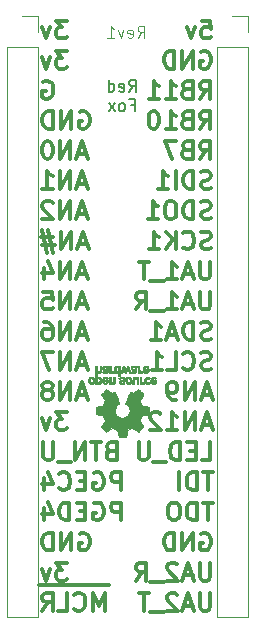
<source format=gbo>
G04 #@! TF.GenerationSoftware,KiCad,Pcbnew,5.0.2-bee76a0~70~ubuntu18.04.1*
G04 #@! TF.CreationDate,2019-07-29T11:14:37+02:00*
G04 #@! TF.ProjectId,Pic32MxRedFox,50696333-324d-4785-9265-64466f782e6b,rev?*
G04 #@! TF.SameCoordinates,PX5faea10PY8eeaea0*
G04 #@! TF.FileFunction,Legend,Bot*
G04 #@! TF.FilePolarity,Positive*
%FSLAX46Y46*%
G04 Gerber Fmt 4.6, Leading zero omitted, Abs format (unit mm)*
G04 Created by KiCad (PCBNEW 5.0.2-bee76a0~70~ubuntu18.04.1) date pon 29 jul 2019 11:14:37 CEST*
%MOMM*%
%LPD*%
G01*
G04 APERTURE LIST*
%ADD10C,0.120000*%
%ADD11C,0.150000*%
%ADD12C,0.300000*%
%ADD13C,0.010000*%
G04 APERTURE END LIST*
D10*
X11009190Y57904120D02*
X11342523Y58380310D01*
X11580619Y57904120D02*
X11580619Y58904120D01*
X11199666Y58904120D01*
X11104428Y58856500D01*
X11056809Y58808881D01*
X11009190Y58713643D01*
X11009190Y58570786D01*
X11056809Y58475548D01*
X11104428Y58427929D01*
X11199666Y58380310D01*
X11580619Y58380310D01*
X10199666Y57951739D02*
X10294904Y57904120D01*
X10485380Y57904120D01*
X10580619Y57951739D01*
X10628238Y58046977D01*
X10628238Y58427929D01*
X10580619Y58523167D01*
X10485380Y58570786D01*
X10294904Y58570786D01*
X10199666Y58523167D01*
X10152047Y58427929D01*
X10152047Y58332691D01*
X10628238Y58237453D01*
X9818714Y58570786D02*
X9580619Y57904120D01*
X9342523Y58570786D01*
X8437761Y57904120D02*
X9009190Y57904120D01*
X8723476Y57904120D02*
X8723476Y58904120D01*
X8818714Y58761262D01*
X8913952Y58666024D01*
X9009190Y58618405D01*
D11*
X10286928Y53331620D02*
X10620261Y53807810D01*
X10858357Y53331620D02*
X10858357Y54331620D01*
X10477404Y54331620D01*
X10382166Y54284000D01*
X10334547Y54236381D01*
X10286928Y54141143D01*
X10286928Y53998286D01*
X10334547Y53903048D01*
X10382166Y53855429D01*
X10477404Y53807810D01*
X10858357Y53807810D01*
X9477404Y53379239D02*
X9572642Y53331620D01*
X9763119Y53331620D01*
X9858357Y53379239D01*
X9905976Y53474477D01*
X9905976Y53855429D01*
X9858357Y53950667D01*
X9763119Y53998286D01*
X9572642Y53998286D01*
X9477404Y53950667D01*
X9429785Y53855429D01*
X9429785Y53760191D01*
X9905976Y53664953D01*
X8572642Y53331620D02*
X8572642Y54331620D01*
X8572642Y53379239D02*
X8667880Y53331620D01*
X8858357Y53331620D01*
X8953595Y53379239D01*
X9001214Y53426858D01*
X9048833Y53522096D01*
X9048833Y53807810D01*
X9001214Y53903048D01*
X8953595Y53950667D01*
X8858357Y53998286D01*
X8667880Y53998286D01*
X8572642Y53950667D01*
X10429785Y52205429D02*
X10763119Y52205429D01*
X10763119Y51681620D02*
X10763119Y52681620D01*
X10286928Y52681620D01*
X9763119Y51681620D02*
X9858357Y51729239D01*
X9905976Y51776858D01*
X9953595Y51872096D01*
X9953595Y52157810D01*
X9905976Y52253048D01*
X9858357Y52300667D01*
X9763119Y52348286D01*
X9620261Y52348286D01*
X9525023Y52300667D01*
X9477404Y52253048D01*
X9429785Y52157810D01*
X9429785Y51872096D01*
X9477404Y51776858D01*
X9525023Y51729239D01*
X9620261Y51681620D01*
X9763119Y51681620D01*
X9096452Y51681620D02*
X8572642Y52348286D01*
X9096452Y52348286D02*
X8572642Y51681620D01*
D12*
X16450071Y59336429D02*
X17164357Y59336429D01*
X17235785Y58622143D01*
X17164357Y58693572D01*
X17021500Y58765000D01*
X16664357Y58765000D01*
X16521500Y58693572D01*
X16450071Y58622143D01*
X16378642Y58479286D01*
X16378642Y58122143D01*
X16450071Y57979286D01*
X16521500Y57907858D01*
X16664357Y57836429D01*
X17021500Y57836429D01*
X17164357Y57907858D01*
X17235785Y57979286D01*
X15878642Y58836429D02*
X15521500Y57836429D01*
X15164357Y58836429D01*
X16378642Y56715000D02*
X16521500Y56786429D01*
X16735785Y56786429D01*
X16950071Y56715000D01*
X17092928Y56572143D01*
X17164357Y56429286D01*
X17235785Y56143572D01*
X17235785Y55929286D01*
X17164357Y55643572D01*
X17092928Y55500715D01*
X16950071Y55357858D01*
X16735785Y55286429D01*
X16592928Y55286429D01*
X16378642Y55357858D01*
X16307214Y55429286D01*
X16307214Y55929286D01*
X16592928Y55929286D01*
X15664357Y55286429D02*
X15664357Y56786429D01*
X14807214Y55286429D01*
X14807214Y56786429D01*
X14092928Y55286429D02*
X14092928Y56786429D01*
X13735785Y56786429D01*
X13521500Y56715000D01*
X13378642Y56572143D01*
X13307214Y56429286D01*
X13235785Y56143572D01*
X13235785Y55929286D01*
X13307214Y55643572D01*
X13378642Y55500715D01*
X13521500Y55357858D01*
X13735785Y55286429D01*
X14092928Y55286429D01*
X16307214Y52736429D02*
X16807214Y53450715D01*
X17164357Y52736429D02*
X17164357Y54236429D01*
X16592928Y54236429D01*
X16450071Y54165000D01*
X16378642Y54093572D01*
X16307214Y53950715D01*
X16307214Y53736429D01*
X16378642Y53593572D01*
X16450071Y53522143D01*
X16592928Y53450715D01*
X17164357Y53450715D01*
X15164357Y53522143D02*
X14950071Y53450715D01*
X14878642Y53379286D01*
X14807214Y53236429D01*
X14807214Y53022143D01*
X14878642Y52879286D01*
X14950071Y52807858D01*
X15092928Y52736429D01*
X15664357Y52736429D01*
X15664357Y54236429D01*
X15164357Y54236429D01*
X15021500Y54165000D01*
X14950071Y54093572D01*
X14878642Y53950715D01*
X14878642Y53807858D01*
X14950071Y53665000D01*
X15021500Y53593572D01*
X15164357Y53522143D01*
X15664357Y53522143D01*
X13378642Y52736429D02*
X14235785Y52736429D01*
X13807214Y52736429D02*
X13807214Y54236429D01*
X13950071Y54022143D01*
X14092928Y53879286D01*
X14235785Y53807858D01*
X11950071Y52736429D02*
X12807214Y52736429D01*
X12378642Y52736429D02*
X12378642Y54236429D01*
X12521500Y54022143D01*
X12664357Y53879286D01*
X12807214Y53807858D01*
X16307214Y50186429D02*
X16807214Y50900715D01*
X17164357Y50186429D02*
X17164357Y51686429D01*
X16592928Y51686429D01*
X16450071Y51615000D01*
X16378642Y51543572D01*
X16307214Y51400715D01*
X16307214Y51186429D01*
X16378642Y51043572D01*
X16450071Y50972143D01*
X16592928Y50900715D01*
X17164357Y50900715D01*
X15164357Y50972143D02*
X14950071Y50900715D01*
X14878642Y50829286D01*
X14807214Y50686429D01*
X14807214Y50472143D01*
X14878642Y50329286D01*
X14950071Y50257858D01*
X15092928Y50186429D01*
X15664357Y50186429D01*
X15664357Y51686429D01*
X15164357Y51686429D01*
X15021500Y51615000D01*
X14950071Y51543572D01*
X14878642Y51400715D01*
X14878642Y51257858D01*
X14950071Y51115000D01*
X15021500Y51043572D01*
X15164357Y50972143D01*
X15664357Y50972143D01*
X13378642Y50186429D02*
X14235785Y50186429D01*
X13807214Y50186429D02*
X13807214Y51686429D01*
X13950071Y51472143D01*
X14092928Y51329286D01*
X14235785Y51257858D01*
X12450071Y51686429D02*
X12307214Y51686429D01*
X12164357Y51615000D01*
X12092928Y51543572D01*
X12021500Y51400715D01*
X11950071Y51115000D01*
X11950071Y50757858D01*
X12021500Y50472143D01*
X12092928Y50329286D01*
X12164357Y50257858D01*
X12307214Y50186429D01*
X12450071Y50186429D01*
X12592928Y50257858D01*
X12664357Y50329286D01*
X12735785Y50472143D01*
X12807214Y50757858D01*
X12807214Y51115000D01*
X12735785Y51400715D01*
X12664357Y51543572D01*
X12592928Y51615000D01*
X12450071Y51686429D01*
X16307214Y47636429D02*
X16807214Y48350715D01*
X17164357Y47636429D02*
X17164357Y49136429D01*
X16592928Y49136429D01*
X16450071Y49065000D01*
X16378642Y48993572D01*
X16307214Y48850715D01*
X16307214Y48636429D01*
X16378642Y48493572D01*
X16450071Y48422143D01*
X16592928Y48350715D01*
X17164357Y48350715D01*
X15164357Y48422143D02*
X14950071Y48350715D01*
X14878642Y48279286D01*
X14807214Y48136429D01*
X14807214Y47922143D01*
X14878642Y47779286D01*
X14950071Y47707858D01*
X15092928Y47636429D01*
X15664357Y47636429D01*
X15664357Y49136429D01*
X15164357Y49136429D01*
X15021500Y49065000D01*
X14950071Y48993572D01*
X14878642Y48850715D01*
X14878642Y48707858D01*
X14950071Y48565000D01*
X15021500Y48493572D01*
X15164357Y48422143D01*
X15664357Y48422143D01*
X14307214Y49136429D02*
X13307214Y49136429D01*
X13950071Y47636429D01*
X17235785Y45157858D02*
X17021500Y45086429D01*
X16664357Y45086429D01*
X16521500Y45157858D01*
X16450071Y45229286D01*
X16378642Y45372143D01*
X16378642Y45515000D01*
X16450071Y45657858D01*
X16521500Y45729286D01*
X16664357Y45800715D01*
X16950071Y45872143D01*
X17092928Y45943572D01*
X17164357Y46015000D01*
X17235785Y46157858D01*
X17235785Y46300715D01*
X17164357Y46443572D01*
X17092928Y46515000D01*
X16950071Y46586429D01*
X16592928Y46586429D01*
X16378642Y46515000D01*
X15735785Y45086429D02*
X15735785Y46586429D01*
X15378642Y46586429D01*
X15164357Y46515000D01*
X15021500Y46372143D01*
X14950071Y46229286D01*
X14878642Y45943572D01*
X14878642Y45729286D01*
X14950071Y45443572D01*
X15021500Y45300715D01*
X15164357Y45157858D01*
X15378642Y45086429D01*
X15735785Y45086429D01*
X14235785Y45086429D02*
X14235785Y46586429D01*
X12735785Y45086429D02*
X13592928Y45086429D01*
X13164357Y45086429D02*
X13164357Y46586429D01*
X13307214Y46372143D01*
X13450071Y46229286D01*
X13592928Y46157858D01*
X17235785Y42607858D02*
X17021500Y42536429D01*
X16664357Y42536429D01*
X16521500Y42607858D01*
X16450071Y42679286D01*
X16378642Y42822143D01*
X16378642Y42965000D01*
X16450071Y43107858D01*
X16521500Y43179286D01*
X16664357Y43250715D01*
X16950071Y43322143D01*
X17092928Y43393572D01*
X17164357Y43465000D01*
X17235785Y43607858D01*
X17235785Y43750715D01*
X17164357Y43893572D01*
X17092928Y43965000D01*
X16950071Y44036429D01*
X16592928Y44036429D01*
X16378642Y43965000D01*
X15735785Y42536429D02*
X15735785Y44036429D01*
X15378642Y44036429D01*
X15164357Y43965000D01*
X15021500Y43822143D01*
X14950071Y43679286D01*
X14878642Y43393572D01*
X14878642Y43179286D01*
X14950071Y42893572D01*
X15021500Y42750715D01*
X15164357Y42607858D01*
X15378642Y42536429D01*
X15735785Y42536429D01*
X13950071Y44036429D02*
X13664357Y44036429D01*
X13521500Y43965000D01*
X13378642Y43822143D01*
X13307214Y43536429D01*
X13307214Y43036429D01*
X13378642Y42750715D01*
X13521500Y42607858D01*
X13664357Y42536429D01*
X13950071Y42536429D01*
X14092928Y42607858D01*
X14235785Y42750715D01*
X14307214Y43036429D01*
X14307214Y43536429D01*
X14235785Y43822143D01*
X14092928Y43965000D01*
X13950071Y44036429D01*
X11878642Y42536429D02*
X12735785Y42536429D01*
X12307214Y42536429D02*
X12307214Y44036429D01*
X12450071Y43822143D01*
X12592928Y43679286D01*
X12735785Y43607858D01*
X17235785Y40057858D02*
X17021500Y39986429D01*
X16664357Y39986429D01*
X16521500Y40057858D01*
X16450071Y40129286D01*
X16378642Y40272143D01*
X16378642Y40415000D01*
X16450071Y40557858D01*
X16521500Y40629286D01*
X16664357Y40700715D01*
X16950071Y40772143D01*
X17092928Y40843572D01*
X17164357Y40915000D01*
X17235785Y41057858D01*
X17235785Y41200715D01*
X17164357Y41343572D01*
X17092928Y41415000D01*
X16950071Y41486429D01*
X16592928Y41486429D01*
X16378642Y41415000D01*
X14878642Y40129286D02*
X14950071Y40057858D01*
X15164357Y39986429D01*
X15307214Y39986429D01*
X15521500Y40057858D01*
X15664357Y40200715D01*
X15735785Y40343572D01*
X15807214Y40629286D01*
X15807214Y40843572D01*
X15735785Y41129286D01*
X15664357Y41272143D01*
X15521500Y41415000D01*
X15307214Y41486429D01*
X15164357Y41486429D01*
X14950071Y41415000D01*
X14878642Y41343572D01*
X14235785Y39986429D02*
X14235785Y41486429D01*
X13378642Y39986429D02*
X14021500Y40843572D01*
X13378642Y41486429D02*
X14235785Y40629286D01*
X11950071Y39986429D02*
X12807214Y39986429D01*
X12378642Y39986429D02*
X12378642Y41486429D01*
X12521500Y41272143D01*
X12664357Y41129286D01*
X12807214Y41057858D01*
X17164357Y38936429D02*
X17164357Y37722143D01*
X17092928Y37579286D01*
X17021500Y37507858D01*
X16878642Y37436429D01*
X16592928Y37436429D01*
X16450071Y37507858D01*
X16378642Y37579286D01*
X16307214Y37722143D01*
X16307214Y38936429D01*
X15664357Y37865000D02*
X14950071Y37865000D01*
X15807214Y37436429D02*
X15307214Y38936429D01*
X14807214Y37436429D01*
X13521500Y37436429D02*
X14378642Y37436429D01*
X13950071Y37436429D02*
X13950071Y38936429D01*
X14092928Y38722143D01*
X14235785Y38579286D01*
X14378642Y38507858D01*
X13235785Y37293572D02*
X12092928Y37293572D01*
X11950071Y38936429D02*
X11092928Y38936429D01*
X11521500Y37436429D02*
X11521500Y38936429D01*
X17164357Y36386429D02*
X17164357Y35172143D01*
X17092928Y35029286D01*
X17021500Y34957858D01*
X16878642Y34886429D01*
X16592928Y34886429D01*
X16450071Y34957858D01*
X16378642Y35029286D01*
X16307214Y35172143D01*
X16307214Y36386429D01*
X15664357Y35315000D02*
X14950071Y35315000D01*
X15807214Y34886429D02*
X15307214Y36386429D01*
X14807214Y34886429D01*
X13521500Y34886429D02*
X14378642Y34886429D01*
X13950071Y34886429D02*
X13950071Y36386429D01*
X14092928Y36172143D01*
X14235785Y36029286D01*
X14378642Y35957858D01*
X13235785Y34743572D02*
X12092928Y34743572D01*
X10878642Y34886429D02*
X11378642Y35600715D01*
X11735785Y34886429D02*
X11735785Y36386429D01*
X11164357Y36386429D01*
X11021500Y36315000D01*
X10950071Y36243572D01*
X10878642Y36100715D01*
X10878642Y35886429D01*
X10950071Y35743572D01*
X11021500Y35672143D01*
X11164357Y35600715D01*
X11735785Y35600715D01*
X17235785Y32407858D02*
X17021500Y32336429D01*
X16664357Y32336429D01*
X16521500Y32407858D01*
X16450071Y32479286D01*
X16378642Y32622143D01*
X16378642Y32765000D01*
X16450071Y32907858D01*
X16521500Y32979286D01*
X16664357Y33050715D01*
X16950071Y33122143D01*
X17092928Y33193572D01*
X17164357Y33265000D01*
X17235785Y33407858D01*
X17235785Y33550715D01*
X17164357Y33693572D01*
X17092928Y33765000D01*
X16950071Y33836429D01*
X16592928Y33836429D01*
X16378642Y33765000D01*
X15735785Y32336429D02*
X15735785Y33836429D01*
X15378642Y33836429D01*
X15164357Y33765000D01*
X15021500Y33622143D01*
X14950071Y33479286D01*
X14878642Y33193572D01*
X14878642Y32979286D01*
X14950071Y32693572D01*
X15021500Y32550715D01*
X15164357Y32407858D01*
X15378642Y32336429D01*
X15735785Y32336429D01*
X14307214Y32765000D02*
X13592928Y32765000D01*
X14450071Y32336429D02*
X13950071Y33836429D01*
X13450071Y32336429D01*
X12164357Y32336429D02*
X13021500Y32336429D01*
X12592928Y32336429D02*
X12592928Y33836429D01*
X12735785Y33622143D01*
X12878642Y33479286D01*
X13021500Y33407858D01*
X17235785Y29857858D02*
X17021500Y29786429D01*
X16664357Y29786429D01*
X16521500Y29857858D01*
X16450071Y29929286D01*
X16378642Y30072143D01*
X16378642Y30215000D01*
X16450071Y30357858D01*
X16521500Y30429286D01*
X16664357Y30500715D01*
X16950071Y30572143D01*
X17092928Y30643572D01*
X17164357Y30715000D01*
X17235785Y30857858D01*
X17235785Y31000715D01*
X17164357Y31143572D01*
X17092928Y31215000D01*
X16950071Y31286429D01*
X16592928Y31286429D01*
X16378642Y31215000D01*
X14878642Y29929286D02*
X14950071Y29857858D01*
X15164357Y29786429D01*
X15307214Y29786429D01*
X15521500Y29857858D01*
X15664357Y30000715D01*
X15735785Y30143572D01*
X15807214Y30429286D01*
X15807214Y30643572D01*
X15735785Y30929286D01*
X15664357Y31072143D01*
X15521500Y31215000D01*
X15307214Y31286429D01*
X15164357Y31286429D01*
X14950071Y31215000D01*
X14878642Y31143572D01*
X13521500Y29786429D02*
X14235785Y29786429D01*
X14235785Y31286429D01*
X12235785Y29786429D02*
X13092928Y29786429D01*
X12664357Y29786429D02*
X12664357Y31286429D01*
X12807214Y31072143D01*
X12950071Y30929286D01*
X13092928Y30857858D01*
X17235785Y27665000D02*
X16521500Y27665000D01*
X17378642Y27236429D02*
X16878642Y28736429D01*
X16378642Y27236429D01*
X15878642Y27236429D02*
X15878642Y28736429D01*
X15021500Y27236429D01*
X15021500Y28736429D01*
X14235785Y27236429D02*
X13950071Y27236429D01*
X13807214Y27307858D01*
X13735785Y27379286D01*
X13592928Y27593572D01*
X13521500Y27879286D01*
X13521500Y28450715D01*
X13592928Y28593572D01*
X13664357Y28665000D01*
X13807214Y28736429D01*
X14092928Y28736429D01*
X14235785Y28665000D01*
X14307214Y28593572D01*
X14378642Y28450715D01*
X14378642Y28093572D01*
X14307214Y27950715D01*
X14235785Y27879286D01*
X14092928Y27807858D01*
X13807214Y27807858D01*
X13664357Y27879286D01*
X13592928Y27950715D01*
X13521500Y28093572D01*
X17235785Y25115000D02*
X16521500Y25115000D01*
X17378642Y24686429D02*
X16878642Y26186429D01*
X16378642Y24686429D01*
X15878642Y24686429D02*
X15878642Y26186429D01*
X15021500Y24686429D01*
X15021500Y26186429D01*
X13521500Y24686429D02*
X14378642Y24686429D01*
X13950071Y24686429D02*
X13950071Y26186429D01*
X14092928Y25972143D01*
X14235785Y25829286D01*
X14378642Y25757858D01*
X12950071Y26043572D02*
X12878642Y26115000D01*
X12735785Y26186429D01*
X12378642Y26186429D01*
X12235785Y26115000D01*
X12164357Y26043572D01*
X12092928Y25900715D01*
X12092928Y25757858D01*
X12164357Y25543572D01*
X13021500Y24686429D01*
X12092928Y24686429D01*
X16450071Y22136429D02*
X17164357Y22136429D01*
X17164357Y23636429D01*
X15950071Y22922143D02*
X15450071Y22922143D01*
X15235785Y22136429D02*
X15950071Y22136429D01*
X15950071Y23636429D01*
X15235785Y23636429D01*
X14592928Y22136429D02*
X14592928Y23636429D01*
X14235785Y23636429D01*
X14021500Y23565000D01*
X13878642Y23422143D01*
X13807214Y23279286D01*
X13735785Y22993572D01*
X13735785Y22779286D01*
X13807214Y22493572D01*
X13878642Y22350715D01*
X14021500Y22207858D01*
X14235785Y22136429D01*
X14592928Y22136429D01*
X13450071Y21993572D02*
X12307214Y21993572D01*
X11950071Y23636429D02*
X11950071Y22422143D01*
X11878642Y22279286D01*
X11807214Y22207858D01*
X11664357Y22136429D01*
X11378642Y22136429D01*
X11235785Y22207858D01*
X11164357Y22279286D01*
X11092928Y22422143D01*
X11092928Y23636429D01*
X17378642Y21086429D02*
X16521500Y21086429D01*
X16950071Y19586429D02*
X16950071Y21086429D01*
X16021500Y19586429D02*
X16021500Y21086429D01*
X15664357Y21086429D01*
X15450071Y21015000D01*
X15307214Y20872143D01*
X15235785Y20729286D01*
X15164357Y20443572D01*
X15164357Y20229286D01*
X15235785Y19943572D01*
X15307214Y19800715D01*
X15450071Y19657858D01*
X15664357Y19586429D01*
X16021500Y19586429D01*
X14521500Y19586429D02*
X14521500Y21086429D01*
X17378642Y18536429D02*
X16521500Y18536429D01*
X16950071Y17036429D02*
X16950071Y18536429D01*
X16021500Y17036429D02*
X16021500Y18536429D01*
X15664357Y18536429D01*
X15450071Y18465000D01*
X15307214Y18322143D01*
X15235785Y18179286D01*
X15164357Y17893572D01*
X15164357Y17679286D01*
X15235785Y17393572D01*
X15307214Y17250715D01*
X15450071Y17107858D01*
X15664357Y17036429D01*
X16021500Y17036429D01*
X14235785Y18536429D02*
X13950071Y18536429D01*
X13807214Y18465000D01*
X13664357Y18322143D01*
X13592928Y18036429D01*
X13592928Y17536429D01*
X13664357Y17250715D01*
X13807214Y17107858D01*
X13950071Y17036429D01*
X14235785Y17036429D01*
X14378642Y17107858D01*
X14521500Y17250715D01*
X14592928Y17536429D01*
X14592928Y18036429D01*
X14521500Y18322143D01*
X14378642Y18465000D01*
X14235785Y18536429D01*
X16378642Y15915000D02*
X16521500Y15986429D01*
X16735785Y15986429D01*
X16950071Y15915000D01*
X17092928Y15772143D01*
X17164357Y15629286D01*
X17235785Y15343572D01*
X17235785Y15129286D01*
X17164357Y14843572D01*
X17092928Y14700715D01*
X16950071Y14557858D01*
X16735785Y14486429D01*
X16592928Y14486429D01*
X16378642Y14557858D01*
X16307214Y14629286D01*
X16307214Y15129286D01*
X16592928Y15129286D01*
X15664357Y14486429D02*
X15664357Y15986429D01*
X14807214Y14486429D01*
X14807214Y15986429D01*
X14092928Y14486429D02*
X14092928Y15986429D01*
X13735785Y15986429D01*
X13521500Y15915000D01*
X13378642Y15772143D01*
X13307214Y15629286D01*
X13235785Y15343572D01*
X13235785Y15129286D01*
X13307214Y14843572D01*
X13378642Y14700715D01*
X13521500Y14557858D01*
X13735785Y14486429D01*
X14092928Y14486429D01*
X17164357Y13436429D02*
X17164357Y12222143D01*
X17092928Y12079286D01*
X17021500Y12007858D01*
X16878642Y11936429D01*
X16592928Y11936429D01*
X16450071Y12007858D01*
X16378642Y12079286D01*
X16307214Y12222143D01*
X16307214Y13436429D01*
X15664357Y12365000D02*
X14950071Y12365000D01*
X15807214Y11936429D02*
X15307214Y13436429D01*
X14807214Y11936429D01*
X14378642Y13293572D02*
X14307214Y13365000D01*
X14164357Y13436429D01*
X13807214Y13436429D01*
X13664357Y13365000D01*
X13592928Y13293572D01*
X13521500Y13150715D01*
X13521500Y13007858D01*
X13592928Y12793572D01*
X14450071Y11936429D01*
X13521500Y11936429D01*
X13235785Y11793572D02*
X12092928Y11793572D01*
X10878642Y11936429D02*
X11378642Y12650715D01*
X11735785Y11936429D02*
X11735785Y13436429D01*
X11164357Y13436429D01*
X11021500Y13365000D01*
X10950071Y13293572D01*
X10878642Y13150715D01*
X10878642Y12936429D01*
X10950071Y12793572D01*
X11021500Y12722143D01*
X11164357Y12650715D01*
X11735785Y12650715D01*
X17164357Y10886429D02*
X17164357Y9672143D01*
X17092928Y9529286D01*
X17021500Y9457858D01*
X16878642Y9386429D01*
X16592928Y9386429D01*
X16450071Y9457858D01*
X16378642Y9529286D01*
X16307214Y9672143D01*
X16307214Y10886429D01*
X15664357Y9815000D02*
X14950071Y9815000D01*
X15807214Y9386429D02*
X15307214Y10886429D01*
X14807214Y9386429D01*
X14378642Y10743572D02*
X14307214Y10815000D01*
X14164357Y10886429D01*
X13807214Y10886429D01*
X13664357Y10815000D01*
X13592928Y10743572D01*
X13521500Y10600715D01*
X13521500Y10457858D01*
X13592928Y10243572D01*
X14450071Y9386429D01*
X13521500Y9386429D01*
X13235785Y9243572D02*
X12092928Y9243572D01*
X11950071Y10886429D02*
X11092928Y10886429D01*
X11521500Y9386429D02*
X11521500Y10886429D01*
X5028642Y59336429D02*
X4100071Y59336429D01*
X4600071Y58765000D01*
X4385785Y58765000D01*
X4242928Y58693572D01*
X4171500Y58622143D01*
X4100071Y58479286D01*
X4100071Y58122143D01*
X4171500Y57979286D01*
X4242928Y57907858D01*
X4385785Y57836429D01*
X4814357Y57836429D01*
X4957214Y57907858D01*
X5028642Y57979286D01*
X3600071Y58836429D02*
X3242928Y57836429D01*
X2885785Y58836429D01*
X5028642Y56786429D02*
X4100071Y56786429D01*
X4600071Y56215000D01*
X4385785Y56215000D01*
X4242928Y56143572D01*
X4171500Y56072143D01*
X4100071Y55929286D01*
X4100071Y55572143D01*
X4171500Y55429286D01*
X4242928Y55357858D01*
X4385785Y55286429D01*
X4814357Y55286429D01*
X4957214Y55357858D01*
X5028642Y55429286D01*
X3600071Y56286429D02*
X3242928Y55286429D01*
X2885785Y56286429D01*
X3028642Y54165000D02*
X3171500Y54236429D01*
X3385785Y54236429D01*
X3600071Y54165000D01*
X3742928Y54022143D01*
X3814357Y53879286D01*
X3885785Y53593572D01*
X3885785Y53379286D01*
X3814357Y53093572D01*
X3742928Y52950715D01*
X3600071Y52807858D01*
X3385785Y52736429D01*
X3242928Y52736429D01*
X3028642Y52807858D01*
X2957214Y52879286D01*
X2957214Y53379286D01*
X3242928Y53379286D01*
X6100071Y51615000D02*
X6242928Y51686429D01*
X6457214Y51686429D01*
X6671500Y51615000D01*
X6814357Y51472143D01*
X6885785Y51329286D01*
X6957214Y51043572D01*
X6957214Y50829286D01*
X6885785Y50543572D01*
X6814357Y50400715D01*
X6671500Y50257858D01*
X6457214Y50186429D01*
X6314357Y50186429D01*
X6100071Y50257858D01*
X6028642Y50329286D01*
X6028642Y50829286D01*
X6314357Y50829286D01*
X5385785Y50186429D02*
X5385785Y51686429D01*
X4528642Y50186429D01*
X4528642Y51686429D01*
X3814357Y50186429D02*
X3814357Y51686429D01*
X3457214Y51686429D01*
X3242928Y51615000D01*
X3100071Y51472143D01*
X3028642Y51329286D01*
X2957214Y51043572D01*
X2957214Y50829286D01*
X3028642Y50543572D01*
X3100071Y50400715D01*
X3242928Y50257858D01*
X3457214Y50186429D01*
X3814357Y50186429D01*
X6671500Y48065000D02*
X5957214Y48065000D01*
X6814357Y47636429D02*
X6314357Y49136429D01*
X5814357Y47636429D01*
X5314357Y47636429D02*
X5314357Y49136429D01*
X4457214Y47636429D01*
X4457214Y49136429D01*
X3457214Y49136429D02*
X3314357Y49136429D01*
X3171500Y49065000D01*
X3100071Y48993572D01*
X3028642Y48850715D01*
X2957214Y48565000D01*
X2957214Y48207858D01*
X3028642Y47922143D01*
X3100071Y47779286D01*
X3171500Y47707858D01*
X3314357Y47636429D01*
X3457214Y47636429D01*
X3600071Y47707858D01*
X3671500Y47779286D01*
X3742928Y47922143D01*
X3814357Y48207858D01*
X3814357Y48565000D01*
X3742928Y48850715D01*
X3671500Y48993572D01*
X3600071Y49065000D01*
X3457214Y49136429D01*
X6671500Y45515000D02*
X5957214Y45515000D01*
X6814357Y45086429D02*
X6314357Y46586429D01*
X5814357Y45086429D01*
X5314357Y45086429D02*
X5314357Y46586429D01*
X4457214Y45086429D01*
X4457214Y46586429D01*
X2957214Y45086429D02*
X3814357Y45086429D01*
X3385785Y45086429D02*
X3385785Y46586429D01*
X3528642Y46372143D01*
X3671500Y46229286D01*
X3814357Y46157858D01*
X6671500Y42965000D02*
X5957214Y42965000D01*
X6814357Y42536429D02*
X6314357Y44036429D01*
X5814357Y42536429D01*
X5314357Y42536429D02*
X5314357Y44036429D01*
X4457214Y42536429D01*
X4457214Y44036429D01*
X3814357Y43893572D02*
X3742928Y43965000D01*
X3600071Y44036429D01*
X3242928Y44036429D01*
X3100071Y43965000D01*
X3028642Y43893572D01*
X2957214Y43750715D01*
X2957214Y43607858D01*
X3028642Y43393572D01*
X3885785Y42536429D01*
X2957214Y42536429D01*
X6742928Y40415000D02*
X6028642Y40415000D01*
X6885785Y39986429D02*
X6385785Y41486429D01*
X5885785Y39986429D01*
X5385785Y39986429D02*
X5385785Y41486429D01*
X4528642Y39986429D01*
X4528642Y41486429D01*
X3885785Y40986429D02*
X2814357Y40986429D01*
X3457214Y41629286D02*
X3885785Y39700715D01*
X2957214Y40343572D02*
X4028642Y40343572D01*
X3385785Y39700715D02*
X2957214Y41629286D01*
X6671500Y37865000D02*
X5957214Y37865000D01*
X6814357Y37436429D02*
X6314357Y38936429D01*
X5814357Y37436429D01*
X5314357Y37436429D02*
X5314357Y38936429D01*
X4457214Y37436429D01*
X4457214Y38936429D01*
X3100071Y38436429D02*
X3100071Y37436429D01*
X3457214Y39007858D02*
X3814357Y37936429D01*
X2885785Y37936429D01*
X6671500Y35315000D02*
X5957214Y35315000D01*
X6814357Y34886429D02*
X6314357Y36386429D01*
X5814357Y34886429D01*
X5314357Y34886429D02*
X5314357Y36386429D01*
X4457214Y34886429D01*
X4457214Y36386429D01*
X3028642Y36386429D02*
X3742928Y36386429D01*
X3814357Y35672143D01*
X3742928Y35743572D01*
X3600071Y35815000D01*
X3242928Y35815000D01*
X3100071Y35743572D01*
X3028642Y35672143D01*
X2957214Y35529286D01*
X2957214Y35172143D01*
X3028642Y35029286D01*
X3100071Y34957858D01*
X3242928Y34886429D01*
X3600071Y34886429D01*
X3742928Y34957858D01*
X3814357Y35029286D01*
X6671500Y32765000D02*
X5957214Y32765000D01*
X6814357Y32336429D02*
X6314357Y33836429D01*
X5814357Y32336429D01*
X5314357Y32336429D02*
X5314357Y33836429D01*
X4457214Y32336429D01*
X4457214Y33836429D01*
X3100071Y33836429D02*
X3385785Y33836429D01*
X3528642Y33765000D01*
X3600071Y33693572D01*
X3742928Y33479286D01*
X3814357Y33193572D01*
X3814357Y32622143D01*
X3742928Y32479286D01*
X3671500Y32407858D01*
X3528642Y32336429D01*
X3242928Y32336429D01*
X3100071Y32407858D01*
X3028642Y32479286D01*
X2957214Y32622143D01*
X2957214Y32979286D01*
X3028642Y33122143D01*
X3100071Y33193572D01*
X3242928Y33265000D01*
X3528642Y33265000D01*
X3671500Y33193572D01*
X3742928Y33122143D01*
X3814357Y32979286D01*
X6671500Y30215000D02*
X5957214Y30215000D01*
X6814357Y29786429D02*
X6314357Y31286429D01*
X5814357Y29786429D01*
X5314357Y29786429D02*
X5314357Y31286429D01*
X4457214Y29786429D01*
X4457214Y31286429D01*
X3885785Y31286429D02*
X2885785Y31286429D01*
X3528642Y29786429D01*
X6671500Y27665000D02*
X5957214Y27665000D01*
X6814357Y27236429D02*
X6314357Y28736429D01*
X5814357Y27236429D01*
X5314357Y27236429D02*
X5314357Y28736429D01*
X4457214Y27236429D01*
X4457214Y28736429D01*
X3528642Y28093572D02*
X3671500Y28165000D01*
X3742928Y28236429D01*
X3814357Y28379286D01*
X3814357Y28450715D01*
X3742928Y28593572D01*
X3671500Y28665000D01*
X3528642Y28736429D01*
X3242928Y28736429D01*
X3100071Y28665000D01*
X3028642Y28593572D01*
X2957214Y28450715D01*
X2957214Y28379286D01*
X3028642Y28236429D01*
X3100071Y28165000D01*
X3242928Y28093572D01*
X3528642Y28093572D01*
X3671500Y28022143D01*
X3742928Y27950715D01*
X3814357Y27807858D01*
X3814357Y27522143D01*
X3742928Y27379286D01*
X3671500Y27307858D01*
X3528642Y27236429D01*
X3242928Y27236429D01*
X3100071Y27307858D01*
X3028642Y27379286D01*
X2957214Y27522143D01*
X2957214Y27807858D01*
X3028642Y27950715D01*
X3100071Y28022143D01*
X3242928Y28093572D01*
X5028642Y26186429D02*
X4100071Y26186429D01*
X4600071Y25615000D01*
X4385785Y25615000D01*
X4242928Y25543572D01*
X4171500Y25472143D01*
X4100071Y25329286D01*
X4100071Y24972143D01*
X4171500Y24829286D01*
X4242928Y24757858D01*
X4385785Y24686429D01*
X4814357Y24686429D01*
X4957214Y24757858D01*
X5028642Y24829286D01*
X3600071Y25686429D02*
X3242928Y24686429D01*
X2885785Y25686429D01*
X8742928Y22922143D02*
X8528642Y22850715D01*
X8457214Y22779286D01*
X8385785Y22636429D01*
X8385785Y22422143D01*
X8457214Y22279286D01*
X8528642Y22207858D01*
X8671500Y22136429D01*
X9242928Y22136429D01*
X9242928Y23636429D01*
X8742928Y23636429D01*
X8600071Y23565000D01*
X8528642Y23493572D01*
X8457214Y23350715D01*
X8457214Y23207858D01*
X8528642Y23065000D01*
X8600071Y22993572D01*
X8742928Y22922143D01*
X9242928Y22922143D01*
X7957214Y23636429D02*
X7100071Y23636429D01*
X7528642Y22136429D02*
X7528642Y23636429D01*
X6600071Y22136429D02*
X6600071Y23636429D01*
X5742928Y22136429D01*
X5742928Y23636429D01*
X5385785Y21993572D02*
X4242928Y21993572D01*
X3885785Y23636429D02*
X3885785Y22422143D01*
X3814357Y22279286D01*
X3742928Y22207858D01*
X3600071Y22136429D01*
X3314357Y22136429D01*
X3171500Y22207858D01*
X3100071Y22279286D01*
X3028642Y22422143D01*
X3028642Y23636429D01*
X9600071Y19586429D02*
X9600071Y21086429D01*
X9028642Y21086429D01*
X8885785Y21015000D01*
X8814357Y20943572D01*
X8742928Y20800715D01*
X8742928Y20586429D01*
X8814357Y20443572D01*
X8885785Y20372143D01*
X9028642Y20300715D01*
X9600071Y20300715D01*
X7314357Y21015000D02*
X7457214Y21086429D01*
X7671500Y21086429D01*
X7885785Y21015000D01*
X8028642Y20872143D01*
X8100071Y20729286D01*
X8171500Y20443572D01*
X8171500Y20229286D01*
X8100071Y19943572D01*
X8028642Y19800715D01*
X7885785Y19657858D01*
X7671500Y19586429D01*
X7528642Y19586429D01*
X7314357Y19657858D01*
X7242928Y19729286D01*
X7242928Y20229286D01*
X7528642Y20229286D01*
X6600071Y20372143D02*
X6100071Y20372143D01*
X5885785Y19586429D02*
X6600071Y19586429D01*
X6600071Y21086429D01*
X5885785Y21086429D01*
X4385785Y19729286D02*
X4457214Y19657858D01*
X4671500Y19586429D01*
X4814357Y19586429D01*
X5028642Y19657858D01*
X5171500Y19800715D01*
X5242928Y19943572D01*
X5314357Y20229286D01*
X5314357Y20443572D01*
X5242928Y20729286D01*
X5171500Y20872143D01*
X5028642Y21015000D01*
X4814357Y21086429D01*
X4671500Y21086429D01*
X4457214Y21015000D01*
X4385785Y20943572D01*
X3100071Y20586429D02*
X3100071Y19586429D01*
X3457214Y21157858D02*
X3814357Y20086429D01*
X2885785Y20086429D01*
X9600071Y17036429D02*
X9600071Y18536429D01*
X9028642Y18536429D01*
X8885785Y18465000D01*
X8814357Y18393572D01*
X8742928Y18250715D01*
X8742928Y18036429D01*
X8814357Y17893572D01*
X8885785Y17822143D01*
X9028642Y17750715D01*
X9600071Y17750715D01*
X7314357Y18465000D02*
X7457214Y18536429D01*
X7671500Y18536429D01*
X7885785Y18465000D01*
X8028642Y18322143D01*
X8100071Y18179286D01*
X8171500Y17893572D01*
X8171500Y17679286D01*
X8100071Y17393572D01*
X8028642Y17250715D01*
X7885785Y17107858D01*
X7671500Y17036429D01*
X7528642Y17036429D01*
X7314357Y17107858D01*
X7242928Y17179286D01*
X7242928Y17679286D01*
X7528642Y17679286D01*
X6600071Y17822143D02*
X6100071Y17822143D01*
X5885785Y17036429D02*
X6600071Y17036429D01*
X6600071Y18536429D01*
X5885785Y18536429D01*
X5242928Y17036429D02*
X5242928Y18536429D01*
X4885785Y18536429D01*
X4671500Y18465000D01*
X4528642Y18322143D01*
X4457214Y18179286D01*
X4385785Y17893572D01*
X4385785Y17679286D01*
X4457214Y17393572D01*
X4528642Y17250715D01*
X4671500Y17107858D01*
X4885785Y17036429D01*
X5242928Y17036429D01*
X3100071Y18036429D02*
X3100071Y17036429D01*
X3457214Y18607858D02*
X3814357Y17536429D01*
X2885785Y17536429D01*
X6100071Y15915000D02*
X6242928Y15986429D01*
X6457214Y15986429D01*
X6671500Y15915000D01*
X6814357Y15772143D01*
X6885785Y15629286D01*
X6957214Y15343572D01*
X6957214Y15129286D01*
X6885785Y14843572D01*
X6814357Y14700715D01*
X6671500Y14557858D01*
X6457214Y14486429D01*
X6314357Y14486429D01*
X6100071Y14557858D01*
X6028642Y14629286D01*
X6028642Y15129286D01*
X6314357Y15129286D01*
X5385785Y14486429D02*
X5385785Y15986429D01*
X4528642Y14486429D01*
X4528642Y15986429D01*
X3814357Y14486429D02*
X3814357Y15986429D01*
X3457214Y15986429D01*
X3242928Y15915000D01*
X3100071Y15772143D01*
X3028642Y15629286D01*
X2957214Y15343572D01*
X2957214Y15129286D01*
X3028642Y14843572D01*
X3100071Y14700715D01*
X3242928Y14557858D01*
X3457214Y14486429D01*
X3814357Y14486429D01*
X5028642Y13436429D02*
X4100071Y13436429D01*
X4600071Y12865000D01*
X4385785Y12865000D01*
X4242928Y12793572D01*
X4171500Y12722143D01*
X4100071Y12579286D01*
X4100071Y12222143D01*
X4171500Y12079286D01*
X4242928Y12007858D01*
X4385785Y11936429D01*
X4814357Y11936429D01*
X4957214Y12007858D01*
X5028642Y12079286D01*
X3600071Y12936429D02*
X3242928Y11936429D01*
X2885785Y12936429D01*
X8600071Y11535000D02*
X6885785Y11535000D01*
X8242928Y9386429D02*
X8242928Y10886429D01*
X7742928Y9815000D01*
X7242928Y10886429D01*
X7242928Y9386429D01*
X6885785Y11535000D02*
X5385785Y11535000D01*
X5671500Y9529286D02*
X5742928Y9457858D01*
X5957214Y9386429D01*
X6100071Y9386429D01*
X6314357Y9457858D01*
X6457214Y9600715D01*
X6528642Y9743572D01*
X6600071Y10029286D01*
X6600071Y10243572D01*
X6528642Y10529286D01*
X6457214Y10672143D01*
X6314357Y10815000D01*
X6100071Y10886429D01*
X5957214Y10886429D01*
X5742928Y10815000D01*
X5671500Y10743572D01*
X5385785Y11535000D02*
X4171500Y11535000D01*
X4314357Y9386429D02*
X5028642Y9386429D01*
X5028642Y10886429D01*
X4171500Y11535000D02*
X2671500Y11535000D01*
X2957214Y9386429D02*
X3457214Y10100715D01*
X3814357Y9386429D02*
X3814357Y10886429D01*
X3242928Y10886429D01*
X3100071Y10815000D01*
X3028642Y10743572D01*
X2957214Y10600715D01*
X2957214Y10386429D01*
X3028642Y10243572D01*
X3100071Y10172143D01*
X3242928Y10100715D01*
X3814357Y10100715D01*
D10*
G04 #@! TO.C,J4*
X20380000Y59750000D02*
X19050000Y59750000D01*
X20380000Y58420000D02*
X20380000Y59750000D01*
X20380000Y57150000D02*
X17720000Y57150000D01*
X17720000Y57150000D02*
X17720000Y8830000D01*
X20380000Y57150000D02*
X20380000Y8830000D01*
X20380000Y8830000D02*
X17720000Y8830000D01*
G04 #@! TO.C,J3*
X2600000Y8830000D02*
X-60000Y8830000D01*
X2600000Y57150000D02*
X2600000Y8830000D01*
X-60000Y57150000D02*
X-60000Y8830000D01*
X2600000Y57150000D02*
X-60000Y57150000D01*
X2600000Y58420000D02*
X2600000Y59750000D01*
X2600000Y59750000D02*
X1270000Y59750000D01*
D13*
G04 #@! TO.C,REF\002A\002A*
G36*
X7806741Y28583684D02*
X7833253Y28596782D01*
X7865947Y28619606D01*
X7889775Y28644496D01*
X7906094Y28675749D01*
X7916260Y28717666D01*
X7921628Y28774544D01*
X7923556Y28850684D01*
X7923669Y28883417D01*
X7923339Y28955156D01*
X7921973Y29006427D01*
X7919000Y29041904D01*
X7913851Y29066263D01*
X7905957Y29084180D01*
X7897743Y29096402D01*
X7845313Y29148405D01*
X7783570Y29179684D01*
X7716964Y29189092D01*
X7649942Y29175480D01*
X7628708Y29165854D01*
X7577876Y29139359D01*
X7577876Y29554552D01*
X7614975Y29535368D01*
X7663857Y29520525D01*
X7723939Y29516722D01*
X7783936Y29523743D01*
X7829244Y29539513D01*
X7866825Y29569547D01*
X7898936Y29612524D01*
X7901350Y29616936D01*
X7911533Y29637721D01*
X7918970Y29658670D01*
X7924089Y29684048D01*
X7927319Y29718118D01*
X7929087Y29765141D01*
X7929823Y29829382D01*
X7929956Y29901676D01*
X7929956Y30132322D01*
X7791639Y30132322D01*
X7791639Y29707033D01*
X7752951Y29674479D01*
X7712762Y29648440D01*
X7674703Y29643705D01*
X7636434Y29655889D01*
X7616038Y29667820D01*
X7600858Y29684813D01*
X7590062Y29710495D01*
X7582817Y29748491D01*
X7578292Y29802426D01*
X7575656Y29875925D01*
X7574728Y29924847D01*
X7571589Y30126035D01*
X7505574Y30129836D01*
X7439560Y30133636D01*
X7439560Y28885150D01*
X7577876Y28885150D01*
X7581403Y28954754D01*
X7593285Y29003069D01*
X7615480Y29033131D01*
X7649941Y29047971D01*
X7684758Y29050936D01*
X7724171Y29047528D01*
X7750329Y29034117D01*
X7766686Y29016396D01*
X7779563Y28997335D01*
X7787228Y28976101D01*
X7790639Y28946349D01*
X7790751Y28901736D01*
X7789603Y28864380D01*
X7786968Y28808104D01*
X7783044Y28771158D01*
X7776437Y28747723D01*
X7765751Y28731980D01*
X7755667Y28722880D01*
X7713530Y28703037D01*
X7663660Y28699832D01*
X7635024Y28706668D01*
X7606672Y28730964D01*
X7587891Y28778228D01*
X7578788Y28848124D01*
X7577876Y28885150D01*
X7439560Y28885150D01*
X7439560Y28573114D01*
X7508718Y28573114D01*
X7550240Y28574756D01*
X7571662Y28580587D01*
X7577874Y28591961D01*
X7577876Y28592298D01*
X7580758Y28603438D01*
X7593470Y28602173D01*
X7618743Y28589933D01*
X7677631Y28571207D01*
X7743885Y28569239D01*
X7806741Y28583684D01*
X7806741Y28583684D01*
G37*
X7806741Y28583684D02*
X7833253Y28596782D01*
X7865947Y28619606D01*
X7889775Y28644496D01*
X7906094Y28675749D01*
X7916260Y28717666D01*
X7921628Y28774544D01*
X7923556Y28850684D01*
X7923669Y28883417D01*
X7923339Y28955156D01*
X7921973Y29006427D01*
X7919000Y29041904D01*
X7913851Y29066263D01*
X7905957Y29084180D01*
X7897743Y29096402D01*
X7845313Y29148405D01*
X7783570Y29179684D01*
X7716964Y29189092D01*
X7649942Y29175480D01*
X7628708Y29165854D01*
X7577876Y29139359D01*
X7577876Y29554552D01*
X7614975Y29535368D01*
X7663857Y29520525D01*
X7723939Y29516722D01*
X7783936Y29523743D01*
X7829244Y29539513D01*
X7866825Y29569547D01*
X7898936Y29612524D01*
X7901350Y29616936D01*
X7911533Y29637721D01*
X7918970Y29658670D01*
X7924089Y29684048D01*
X7927319Y29718118D01*
X7929087Y29765141D01*
X7929823Y29829382D01*
X7929956Y29901676D01*
X7929956Y30132322D01*
X7791639Y30132322D01*
X7791639Y29707033D01*
X7752951Y29674479D01*
X7712762Y29648440D01*
X7674703Y29643705D01*
X7636434Y29655889D01*
X7616038Y29667820D01*
X7600858Y29684813D01*
X7590062Y29710495D01*
X7582817Y29748491D01*
X7578292Y29802426D01*
X7575656Y29875925D01*
X7574728Y29924847D01*
X7571589Y30126035D01*
X7505574Y30129836D01*
X7439560Y30133636D01*
X7439560Y28885150D01*
X7577876Y28885150D01*
X7581403Y28954754D01*
X7593285Y29003069D01*
X7615480Y29033131D01*
X7649941Y29047971D01*
X7684758Y29050936D01*
X7724171Y29047528D01*
X7750329Y29034117D01*
X7766686Y29016396D01*
X7779563Y28997335D01*
X7787228Y28976101D01*
X7790639Y28946349D01*
X7790751Y28901736D01*
X7789603Y28864380D01*
X7786968Y28808104D01*
X7783044Y28771158D01*
X7776437Y28747723D01*
X7765751Y28731980D01*
X7755667Y28722880D01*
X7713530Y28703037D01*
X7663660Y28699832D01*
X7635024Y28706668D01*
X7606672Y28730964D01*
X7587891Y28778228D01*
X7578788Y28848124D01*
X7577876Y28885150D01*
X7439560Y28885150D01*
X7439560Y28573114D01*
X7508718Y28573114D01*
X7550240Y28574756D01*
X7571662Y28580587D01*
X7577874Y28591961D01*
X7577876Y28592298D01*
X7580758Y28603438D01*
X7593470Y28602173D01*
X7618743Y28589933D01*
X7677631Y28571207D01*
X7743885Y28569239D01*
X7806741Y28583684D01*
G36*
X8331290Y29521055D02*
X8390445Y29536839D01*
X8435477Y29565448D01*
X8467254Y29602919D01*
X8477134Y29618911D01*
X8484427Y29635663D01*
X8489526Y29657092D01*
X8492821Y29687116D01*
X8494703Y29729654D01*
X8495563Y29788622D01*
X8495793Y29867940D01*
X8495797Y29888984D01*
X8495797Y30132322D01*
X8435441Y30132322D01*
X8396943Y30129626D01*
X8368477Y30122795D01*
X8361345Y30118583D01*
X8341848Y30111313D01*
X8321934Y30118583D01*
X8289147Y30127660D01*
X8241522Y30131313D01*
X8188736Y30129728D01*
X8140464Y30123089D01*
X8112282Y30114572D01*
X8057747Y30079563D01*
X8023665Y30030979D01*
X8008343Y29966382D01*
X8008201Y29964723D01*
X8009545Y29936066D01*
X8131144Y29936066D01*
X8141774Y29968661D01*
X8159090Y29987005D01*
X8193848Y30000879D01*
X8239727Y30006417D01*
X8286512Y30003691D01*
X8323986Y29992774D01*
X8334485Y29985769D01*
X8352832Y29953404D01*
X8357480Y29916611D01*
X8357480Y29868263D01*
X8287918Y29868263D01*
X8221833Y29873350D01*
X8171736Y29887763D01*
X8140571Y29910229D01*
X8131144Y29936066D01*
X8009545Y29936066D01*
X8011513Y29894147D01*
X8034790Y29838345D01*
X8078552Y29796147D01*
X8084601Y29792308D01*
X8110593Y29779809D01*
X8142765Y29772240D01*
X8187740Y29768561D01*
X8241169Y29767716D01*
X8357480Y29767669D01*
X8357480Y29718911D01*
X8352547Y29681081D01*
X8339957Y29655736D01*
X8338483Y29654387D01*
X8310466Y29643300D01*
X8268174Y29639003D01*
X8221436Y29641115D01*
X8180082Y29649256D01*
X8155543Y29661465D01*
X8142247Y29671246D01*
X8128206Y29673113D01*
X8108829Y29665100D01*
X8079524Y29645239D01*
X8035697Y29611563D01*
X8031675Y29608409D01*
X8033736Y29596736D01*
X8050932Y29577322D01*
X8077067Y29555748D01*
X8105948Y29537596D01*
X8115022Y29533309D01*
X8148120Y29524756D01*
X8196620Y29518655D01*
X8250805Y29516208D01*
X8253339Y29516203D01*
X8331290Y29521055D01*
X8331290Y29521055D01*
G37*
X8331290Y29521055D02*
X8390445Y29536839D01*
X8435477Y29565448D01*
X8467254Y29602919D01*
X8477134Y29618911D01*
X8484427Y29635663D01*
X8489526Y29657092D01*
X8492821Y29687116D01*
X8494703Y29729654D01*
X8495563Y29788622D01*
X8495793Y29867940D01*
X8495797Y29888984D01*
X8495797Y30132322D01*
X8435441Y30132322D01*
X8396943Y30129626D01*
X8368477Y30122795D01*
X8361345Y30118583D01*
X8341848Y30111313D01*
X8321934Y30118583D01*
X8289147Y30127660D01*
X8241522Y30131313D01*
X8188736Y30129728D01*
X8140464Y30123089D01*
X8112282Y30114572D01*
X8057747Y30079563D01*
X8023665Y30030979D01*
X8008343Y29966382D01*
X8008201Y29964723D01*
X8009545Y29936066D01*
X8131144Y29936066D01*
X8141774Y29968661D01*
X8159090Y29987005D01*
X8193848Y30000879D01*
X8239727Y30006417D01*
X8286512Y30003691D01*
X8323986Y29992774D01*
X8334485Y29985769D01*
X8352832Y29953404D01*
X8357480Y29916611D01*
X8357480Y29868263D01*
X8287918Y29868263D01*
X8221833Y29873350D01*
X8171736Y29887763D01*
X8140571Y29910229D01*
X8131144Y29936066D01*
X8009545Y29936066D01*
X8011513Y29894147D01*
X8034790Y29838345D01*
X8078552Y29796147D01*
X8084601Y29792308D01*
X8110593Y29779809D01*
X8142765Y29772240D01*
X8187740Y29768561D01*
X8241169Y29767716D01*
X8357480Y29767669D01*
X8357480Y29718911D01*
X8352547Y29681081D01*
X8339957Y29655736D01*
X8338483Y29654387D01*
X8310466Y29643300D01*
X8268174Y29639003D01*
X8221436Y29641115D01*
X8180082Y29649256D01*
X8155543Y29661465D01*
X8142247Y29671246D01*
X8128206Y29673113D01*
X8108829Y29665100D01*
X8079524Y29645239D01*
X8035697Y29611563D01*
X8031675Y29608409D01*
X8033736Y29596736D01*
X8050932Y29577322D01*
X8077067Y29555748D01*
X8105948Y29537596D01*
X8115022Y29533309D01*
X8148120Y29524756D01*
X8196620Y29518655D01*
X8250805Y29516208D01*
X8253339Y29516203D01*
X8331290Y29521055D01*
G36*
X8722144Y29517520D02*
X8740961Y29523160D01*
X8747027Y29535553D01*
X8747282Y29541147D01*
X8748371Y29556730D01*
X8755868Y29559176D01*
X8776119Y29548493D01*
X8788149Y29541194D01*
X8826100Y29525563D01*
X8871428Y29517834D01*
X8918956Y29517240D01*
X8963505Y29523013D01*
X8999898Y29534384D01*
X9022957Y29550588D01*
X9027504Y29570855D01*
X9025209Y29576343D01*
X9008480Y29599126D01*
X8982537Y29627147D01*
X8977845Y29631677D01*
X8953117Y29652505D01*
X8931782Y29659235D01*
X8901945Y29654538D01*
X8889992Y29651417D01*
X8852795Y29643921D01*
X8826641Y29647292D01*
X8804554Y29659181D01*
X8784322Y29675135D01*
X8769421Y29695200D01*
X8759066Y29723202D01*
X8752471Y29762967D01*
X8748851Y29818323D01*
X8747422Y29893094D01*
X8747282Y29938240D01*
X8747282Y30132322D01*
X8621540Y30132322D01*
X8621540Y29516183D01*
X8684411Y29516183D01*
X8722144Y29517520D01*
X8722144Y29517520D01*
G37*
X8722144Y29517520D02*
X8740961Y29523160D01*
X8747027Y29535553D01*
X8747282Y29541147D01*
X8748371Y29556730D01*
X8755868Y29559176D01*
X8776119Y29548493D01*
X8788149Y29541194D01*
X8826100Y29525563D01*
X8871428Y29517834D01*
X8918956Y29517240D01*
X8963505Y29523013D01*
X8999898Y29534384D01*
X9022957Y29550588D01*
X9027504Y29570855D01*
X9025209Y29576343D01*
X9008480Y29599126D01*
X8982537Y29627147D01*
X8977845Y29631677D01*
X8953117Y29652505D01*
X8931782Y29659235D01*
X8901945Y29654538D01*
X8889992Y29651417D01*
X8852795Y29643921D01*
X8826641Y29647292D01*
X8804554Y29659181D01*
X8784322Y29675135D01*
X8769421Y29695200D01*
X8759066Y29723202D01*
X8752471Y29762967D01*
X8748851Y29818323D01*
X8747422Y29893094D01*
X8747282Y29938240D01*
X8747282Y30132322D01*
X8621540Y30132322D01*
X8621540Y29516183D01*
X8684411Y29516183D01*
X8722144Y29517520D01*
G36*
X9514312Y30132322D02*
X9445154Y30132322D01*
X9405012Y30131145D01*
X9384106Y30126272D01*
X9376578Y30115686D01*
X9375995Y30108529D01*
X9374726Y30094176D01*
X9366721Y30091423D01*
X9345685Y30100271D01*
X9329327Y30108529D01*
X9266523Y30128097D01*
X9198252Y30129229D01*
X9142748Y30114635D01*
X9091062Y30079377D01*
X9051662Y30027335D01*
X9030087Y29965950D01*
X9029538Y29962518D01*
X9026333Y29925071D01*
X9024739Y29871313D01*
X9024867Y29830655D01*
X9162221Y29830655D01*
X9165403Y29884694D01*
X9172641Y29929235D01*
X9182440Y29954388D01*
X9219511Y29988760D01*
X9263526Y30001082D01*
X9308916Y29991118D01*
X9347703Y29961395D01*
X9362392Y29941405D01*
X9370981Y29917550D01*
X9375004Y29882730D01*
X9375995Y29830430D01*
X9374222Y29778639D01*
X9369537Y29733134D01*
X9362897Y29702681D01*
X9361790Y29699952D01*
X9335009Y29667500D01*
X9295921Y29649683D01*
X9252185Y29646806D01*
X9211462Y29659174D01*
X9181413Y29687093D01*
X9178296Y29692648D01*
X9168539Y29726522D01*
X9163223Y29775228D01*
X9162221Y29830655D01*
X9024867Y29830655D01*
X9024932Y29810040D01*
X9025836Y29777063D01*
X9031986Y29695481D01*
X9044767Y29634230D01*
X9066029Y29588949D01*
X9097622Y29555279D01*
X9128293Y29535514D01*
X9171146Y29521620D01*
X9224444Y29516854D01*
X9279020Y29520736D01*
X9325708Y29532782D01*
X9350376Y29547193D01*
X9375995Y29570378D01*
X9375995Y29277273D01*
X9514312Y29277273D01*
X9514312Y30132322D01*
X9514312Y30132322D01*
G37*
X9514312Y30132322D02*
X9445154Y30132322D01*
X9405012Y30131145D01*
X9384106Y30126272D01*
X9376578Y30115686D01*
X9375995Y30108529D01*
X9374726Y30094176D01*
X9366721Y30091423D01*
X9345685Y30100271D01*
X9329327Y30108529D01*
X9266523Y30128097D01*
X9198252Y30129229D01*
X9142748Y30114635D01*
X9091062Y30079377D01*
X9051662Y30027335D01*
X9030087Y29965950D01*
X9029538Y29962518D01*
X9026333Y29925071D01*
X9024739Y29871313D01*
X9024867Y29830655D01*
X9162221Y29830655D01*
X9165403Y29884694D01*
X9172641Y29929235D01*
X9182440Y29954388D01*
X9219511Y29988760D01*
X9263526Y30001082D01*
X9308916Y29991118D01*
X9347703Y29961395D01*
X9362392Y29941405D01*
X9370981Y29917550D01*
X9375004Y29882730D01*
X9375995Y29830430D01*
X9374222Y29778639D01*
X9369537Y29733134D01*
X9362897Y29702681D01*
X9361790Y29699952D01*
X9335009Y29667500D01*
X9295921Y29649683D01*
X9252185Y29646806D01*
X9211462Y29659174D01*
X9181413Y29687093D01*
X9178296Y29692648D01*
X9168539Y29726522D01*
X9163223Y29775228D01*
X9162221Y29830655D01*
X9024867Y29830655D01*
X9024932Y29810040D01*
X9025836Y29777063D01*
X9031986Y29695481D01*
X9044767Y29634230D01*
X9066029Y29588949D01*
X9097622Y29555279D01*
X9128293Y29535514D01*
X9171146Y29521620D01*
X9224444Y29516854D01*
X9279020Y29520736D01*
X9325708Y29532782D01*
X9350376Y29547193D01*
X9375995Y29570378D01*
X9375995Y29277273D01*
X9514312Y29277273D01*
X9514312Y30132322D01*
G36*
X9997024Y29518737D02*
X10046755Y29522471D01*
X10176791Y29912273D01*
X10197178Y29843114D01*
X10209446Y29800374D01*
X10225585Y29742615D01*
X10243012Y29679125D01*
X10252226Y29645070D01*
X10286888Y29516183D01*
X10429891Y29516183D01*
X10387146Y29651357D01*
X10366096Y29717842D01*
X10340667Y29798039D01*
X10314110Y29881693D01*
X10290402Y29956282D01*
X10236402Y30126035D01*
X10178098Y30129828D01*
X10119795Y30133622D01*
X10088179Y30029234D01*
X10068682Y29964389D01*
X10047404Y29892900D01*
X10028808Y29829763D01*
X10028074Y29827250D01*
X10014184Y29784469D01*
X10001929Y29755279D01*
X9993346Y29744241D01*
X9991582Y29745518D01*
X9985391Y29762630D01*
X9973628Y29799287D01*
X9957725Y29850878D01*
X9939114Y29912794D01*
X9929043Y29946852D01*
X9874507Y30132322D01*
X9758764Y30132322D01*
X9666237Y29839971D01*
X9640244Y29757962D01*
X9616566Y29683487D01*
X9596320Y29620044D01*
X9580626Y29571132D01*
X9570602Y29540249D01*
X9567555Y29531226D01*
X9569967Y29521987D01*
X9588908Y29517941D01*
X9628323Y29518346D01*
X9634493Y29518652D01*
X9707586Y29522471D01*
X9755457Y29698510D01*
X9773053Y29762711D01*
X9788777Y29819149D01*
X9801246Y29862922D01*
X9809074Y29889130D01*
X9810520Y29893403D01*
X9816514Y29888490D01*
X9828601Y29863032D01*
X9845393Y29820497D01*
X9865503Y29764350D01*
X9882503Y29713630D01*
X9947294Y29515004D01*
X9997024Y29518737D01*
X9997024Y29518737D01*
G37*
X9997024Y29518737D02*
X10046755Y29522471D01*
X10176791Y29912273D01*
X10197178Y29843114D01*
X10209446Y29800374D01*
X10225585Y29742615D01*
X10243012Y29679125D01*
X10252226Y29645070D01*
X10286888Y29516183D01*
X10429891Y29516183D01*
X10387146Y29651357D01*
X10366096Y29717842D01*
X10340667Y29798039D01*
X10314110Y29881693D01*
X10290402Y29956282D01*
X10236402Y30126035D01*
X10178098Y30129828D01*
X10119795Y30133622D01*
X10088179Y30029234D01*
X10068682Y29964389D01*
X10047404Y29892900D01*
X10028808Y29829763D01*
X10028074Y29827250D01*
X10014184Y29784469D01*
X10001929Y29755279D01*
X9993346Y29744241D01*
X9991582Y29745518D01*
X9985391Y29762630D01*
X9973628Y29799287D01*
X9957725Y29850878D01*
X9939114Y29912794D01*
X9929043Y29946852D01*
X9874507Y30132322D01*
X9758764Y30132322D01*
X9666237Y29839971D01*
X9640244Y29757962D01*
X9616566Y29683487D01*
X9596320Y29620044D01*
X9580626Y29571132D01*
X9570602Y29540249D01*
X9567555Y29531226D01*
X9569967Y29521987D01*
X9588908Y29517941D01*
X9628323Y29518346D01*
X9634493Y29518652D01*
X9707586Y29522471D01*
X9755457Y29698510D01*
X9773053Y29762711D01*
X9788777Y29819149D01*
X9801246Y29862922D01*
X9809074Y29889130D01*
X9810520Y29893403D01*
X9816514Y29888490D01*
X9828601Y29863032D01*
X9845393Y29820497D01*
X9865503Y29764350D01*
X9882503Y29713630D01*
X9947294Y29515004D01*
X9997024Y29518737D01*
G36*
X10753911Y29519917D02*
X10806911Y29532790D01*
X10822231Y29539610D01*
X10851928Y29557474D01*
X10874720Y29577593D01*
X10891583Y29603462D01*
X10903498Y29638573D01*
X10911442Y29686420D01*
X10916394Y29750496D01*
X10919331Y29834294D01*
X10920447Y29890268D01*
X10924552Y30132322D01*
X10854432Y30132322D01*
X10811893Y30130538D01*
X10789976Y30124442D01*
X10784312Y30114206D01*
X10781321Y30103137D01*
X10767951Y30105254D01*
X10749733Y30114129D01*
X10704124Y30127733D01*
X10645507Y30131399D01*
X10583854Y30125403D01*
X10529138Y30110021D01*
X10524230Y30107886D01*
X10474223Y30072755D01*
X10441256Y30023919D01*
X10426087Y29966833D01*
X10427246Y29946324D01*
X10551008Y29946324D01*
X10561913Y29973925D01*
X10594245Y29993704D01*
X10646410Y30004319D01*
X10674287Y30005728D01*
X10720747Y30002120D01*
X10751629Y29988097D01*
X10759164Y29981431D01*
X10779576Y29945166D01*
X10784312Y29912273D01*
X10784312Y29868263D01*
X10723013Y29868263D01*
X10651756Y29871895D01*
X10601776Y29883318D01*
X10570196Y29903324D01*
X10563126Y29912243D01*
X10551008Y29946324D01*
X10427246Y29946324D01*
X10429471Y29906956D01*
X10452163Y29849744D01*
X10483124Y29811080D01*
X10501876Y29794364D01*
X10520233Y29783378D01*
X10544119Y29776680D01*
X10579457Y29772826D01*
X10632169Y29770373D01*
X10653077Y29769668D01*
X10784312Y29765379D01*
X10784120Y29725658D01*
X10779037Y29683905D01*
X10760662Y29658658D01*
X10723539Y29642530D01*
X10722543Y29642242D01*
X10669910Y29635900D01*
X10618406Y29644184D01*
X10580130Y29664327D01*
X10564772Y29674273D01*
X10548230Y29672897D01*
X10522775Y29658487D01*
X10507828Y29648317D01*
X10478591Y29626588D01*
X10460480Y29610300D01*
X10457574Y29605637D01*
X10469540Y29581505D01*
X10504896Y29552685D01*
X10520253Y29542961D01*
X10564401Y29526214D01*
X10623898Y29516727D01*
X10689987Y29514595D01*
X10753911Y29519917D01*
X10753911Y29519917D01*
G37*
X10753911Y29519917D02*
X10806911Y29532790D01*
X10822231Y29539610D01*
X10851928Y29557474D01*
X10874720Y29577593D01*
X10891583Y29603462D01*
X10903498Y29638573D01*
X10911442Y29686420D01*
X10916394Y29750496D01*
X10919331Y29834294D01*
X10920447Y29890268D01*
X10924552Y30132322D01*
X10854432Y30132322D01*
X10811893Y30130538D01*
X10789976Y30124442D01*
X10784312Y30114206D01*
X10781321Y30103137D01*
X10767951Y30105254D01*
X10749733Y30114129D01*
X10704124Y30127733D01*
X10645507Y30131399D01*
X10583854Y30125403D01*
X10529138Y30110021D01*
X10524230Y30107886D01*
X10474223Y30072755D01*
X10441256Y30023919D01*
X10426087Y29966833D01*
X10427246Y29946324D01*
X10551008Y29946324D01*
X10561913Y29973925D01*
X10594245Y29993704D01*
X10646410Y30004319D01*
X10674287Y30005728D01*
X10720747Y30002120D01*
X10751629Y29988097D01*
X10759164Y29981431D01*
X10779576Y29945166D01*
X10784312Y29912273D01*
X10784312Y29868263D01*
X10723013Y29868263D01*
X10651756Y29871895D01*
X10601776Y29883318D01*
X10570196Y29903324D01*
X10563126Y29912243D01*
X10551008Y29946324D01*
X10427246Y29946324D01*
X10429471Y29906956D01*
X10452163Y29849744D01*
X10483124Y29811080D01*
X10501876Y29794364D01*
X10520233Y29783378D01*
X10544119Y29776680D01*
X10579457Y29772826D01*
X10632169Y29770373D01*
X10653077Y29769668D01*
X10784312Y29765379D01*
X10784120Y29725658D01*
X10779037Y29683905D01*
X10760662Y29658658D01*
X10723539Y29642530D01*
X10722543Y29642242D01*
X10669910Y29635900D01*
X10618406Y29644184D01*
X10580130Y29664327D01*
X10564772Y29674273D01*
X10548230Y29672897D01*
X10522775Y29658487D01*
X10507828Y29648317D01*
X10478591Y29626588D01*
X10460480Y29610300D01*
X10457574Y29605637D01*
X10469540Y29581505D01*
X10504896Y29552685D01*
X10520253Y29542961D01*
X10564401Y29526214D01*
X10623898Y29516727D01*
X10689987Y29514595D01*
X10753911Y29519917D01*
G36*
X11350755Y29515986D02*
X11399095Y29525515D01*
X11426614Y29539625D01*
X11455564Y29563068D01*
X11414376Y29615071D01*
X11388982Y29646564D01*
X11371738Y29661928D01*
X11354602Y29664276D01*
X11329527Y29656717D01*
X11317757Y29652441D01*
X11269770Y29646131D01*
X11225824Y29659656D01*
X11193560Y29690210D01*
X11188319Y29699952D01*
X11182612Y29725758D01*
X11178206Y29773317D01*
X11175311Y29839258D01*
X11174131Y29920210D01*
X11174114Y29931726D01*
X11174114Y30132322D01*
X11035797Y30132322D01*
X11035797Y29516183D01*
X11104956Y29516183D01*
X11144833Y29517225D01*
X11165607Y29521858D01*
X11173289Y29532349D01*
X11174114Y29542245D01*
X11174114Y29568306D01*
X11207245Y29542245D01*
X11245235Y29524465D01*
X11296270Y29515674D01*
X11350755Y29515986D01*
X11350755Y29515986D01*
G37*
X11350755Y29515986D02*
X11399095Y29525515D01*
X11426614Y29539625D01*
X11455564Y29563068D01*
X11414376Y29615071D01*
X11388982Y29646564D01*
X11371738Y29661928D01*
X11354602Y29664276D01*
X11329527Y29656717D01*
X11317757Y29652441D01*
X11269770Y29646131D01*
X11225824Y29659656D01*
X11193560Y29690210D01*
X11188319Y29699952D01*
X11182612Y29725758D01*
X11178206Y29773317D01*
X11175311Y29839258D01*
X11174131Y29920210D01*
X11174114Y29931726D01*
X11174114Y30132322D01*
X11035797Y30132322D01*
X11035797Y29516183D01*
X11104956Y29516183D01*
X11144833Y29517225D01*
X11165607Y29521858D01*
X11173289Y29532349D01*
X11174114Y29542245D01*
X11174114Y29568306D01*
X11207245Y29542245D01*
X11245235Y29524465D01*
X11296270Y29515674D01*
X11350755Y29515986D01*
G36*
X11748081Y29519470D02*
X11808185Y29535097D01*
X11858521Y29567348D01*
X11882893Y29591440D01*
X11922845Y29648395D01*
X11945742Y29714465D01*
X11953608Y29795682D01*
X11953648Y29802248D01*
X11953718Y29868263D01*
X11573764Y29868263D01*
X11581863Y29902842D01*
X11596487Y29934159D01*
X11622081Y29966791D01*
X11627435Y29972000D01*
X11673443Y30000194D01*
X11725910Y30004975D01*
X11786303Y29986426D01*
X11796540Y29981431D01*
X11827939Y29966245D01*
X11848970Y29957594D01*
X11852639Y29956793D01*
X11865448Y29964563D01*
X11889878Y29983572D01*
X11902279Y29993960D01*
X11927976Y30017821D01*
X11936415Y30033577D01*
X11930558Y30048071D01*
X11927428Y30052034D01*
X11906225Y30069379D01*
X11871238Y30090459D01*
X11846837Y30102765D01*
X11777572Y30124446D01*
X11700888Y30131471D01*
X11628265Y30123147D01*
X11607926Y30117186D01*
X11544976Y30083452D01*
X11498315Y30031545D01*
X11467673Y29960959D01*
X11452782Y29871192D01*
X11451147Y29824253D01*
X11455921Y29755913D01*
X11576490Y29755913D01*
X11588152Y29760965D01*
X11619498Y29764929D01*
X11665071Y29767268D01*
X11695946Y29767669D01*
X11751481Y29767283D01*
X11786533Y29765475D01*
X11805762Y29761273D01*
X11813830Y29753703D01*
X11815401Y29742718D01*
X11804621Y29708881D01*
X11777480Y29675440D01*
X11741777Y29649772D01*
X11706060Y29639272D01*
X11657548Y29648586D01*
X11615553Y29675513D01*
X11586436Y29714327D01*
X11576490Y29755913D01*
X11455921Y29755913D01*
X11458099Y29724736D01*
X11479555Y29645449D01*
X11515970Y29585763D01*
X11567797Y29545049D01*
X11635490Y29522679D01*
X11672162Y29518371D01*
X11748081Y29519470D01*
X11748081Y29519470D01*
G37*
X11748081Y29519470D02*
X11808185Y29535097D01*
X11858521Y29567348D01*
X11882893Y29591440D01*
X11922845Y29648395D01*
X11945742Y29714465D01*
X11953608Y29795682D01*
X11953648Y29802248D01*
X11953718Y29868263D01*
X11573764Y29868263D01*
X11581863Y29902842D01*
X11596487Y29934159D01*
X11622081Y29966791D01*
X11627435Y29972000D01*
X11673443Y30000194D01*
X11725910Y30004975D01*
X11786303Y29986426D01*
X11796540Y29981431D01*
X11827939Y29966245D01*
X11848970Y29957594D01*
X11852639Y29956793D01*
X11865448Y29964563D01*
X11889878Y29983572D01*
X11902279Y29993960D01*
X11927976Y30017821D01*
X11936415Y30033577D01*
X11930558Y30048071D01*
X11927428Y30052034D01*
X11906225Y30069379D01*
X11871238Y30090459D01*
X11846837Y30102765D01*
X11777572Y30124446D01*
X11700888Y30131471D01*
X11628265Y30123147D01*
X11607926Y30117186D01*
X11544976Y30083452D01*
X11498315Y30031545D01*
X11467673Y29960959D01*
X11452782Y29871192D01*
X11451147Y29824253D01*
X11455921Y29755913D01*
X11576490Y29755913D01*
X11588152Y29760965D01*
X11619498Y29764929D01*
X11665071Y29767268D01*
X11695946Y29767669D01*
X11751481Y29767283D01*
X11786533Y29765475D01*
X11805762Y29761273D01*
X11813830Y29753703D01*
X11815401Y29742718D01*
X11804621Y29708881D01*
X11777480Y29675440D01*
X11741777Y29649772D01*
X11706060Y29639272D01*
X11657548Y29648586D01*
X11615553Y29675513D01*
X11586436Y29714327D01*
X11576490Y29755913D01*
X11455921Y29755913D01*
X11458099Y29724736D01*
X11479555Y29645449D01*
X11515970Y29585763D01*
X11567797Y29545049D01*
X11635490Y29522679D01*
X11672162Y29518371D01*
X11748081Y29519470D01*
G36*
X7177239Y28579648D02*
X7243021Y28608731D01*
X7292960Y28657293D01*
X7327126Y28725408D01*
X7345593Y28813151D01*
X7346917Y28826851D01*
X7347954Y28923439D01*
X7334507Y29008102D01*
X7307392Y29076721D01*
X7292873Y29098794D01*
X7242299Y29145511D01*
X7177891Y29175768D01*
X7105834Y29188324D01*
X7032315Y29181939D01*
X6976428Y29162272D01*
X6928368Y29129129D01*
X6889088Y29085675D01*
X6888408Y29084658D01*
X6872456Y29057838D01*
X6862090Y29030868D01*
X6855812Y28996832D01*
X6852127Y28948810D01*
X6850503Y28909431D01*
X6849828Y28873719D01*
X6975545Y28873719D01*
X6976774Y28909270D01*
X6981234Y28956594D01*
X6989103Y28986965D01*
X7003293Y29008572D01*
X7016583Y29021194D01*
X7063698Y29047622D01*
X7112995Y29051153D01*
X7158907Y29032139D01*
X7181862Y29010831D01*
X7198404Y28989359D01*
X7208079Y28968813D01*
X7212326Y28942074D01*
X7212580Y28902023D01*
X7211272Y28865138D01*
X7208457Y28812447D01*
X7203995Y28778272D01*
X7195952Y28755980D01*
X7182397Y28738942D01*
X7171655Y28729203D01*
X7126723Y28703623D01*
X7078251Y28702347D01*
X7037606Y28717499D01*
X7002933Y28749142D01*
X6982276Y28801120D01*
X6975545Y28873719D01*
X6849828Y28873719D01*
X6849021Y28831121D01*
X6851552Y28772556D01*
X6859138Y28728507D01*
X6872819Y28693748D01*
X6893635Y28663051D01*
X6901353Y28653936D01*
X6949611Y28608521D01*
X7001372Y28581993D01*
X7064672Y28570879D01*
X7095539Y28569971D01*
X7177239Y28579648D01*
X7177239Y28579648D01*
G37*
X7177239Y28579648D02*
X7243021Y28608731D01*
X7292960Y28657293D01*
X7327126Y28725408D01*
X7345593Y28813151D01*
X7346917Y28826851D01*
X7347954Y28923439D01*
X7334507Y29008102D01*
X7307392Y29076721D01*
X7292873Y29098794D01*
X7242299Y29145511D01*
X7177891Y29175768D01*
X7105834Y29188324D01*
X7032315Y29181939D01*
X6976428Y29162272D01*
X6928368Y29129129D01*
X6889088Y29085675D01*
X6888408Y29084658D01*
X6872456Y29057838D01*
X6862090Y29030868D01*
X6855812Y28996832D01*
X6852127Y28948810D01*
X6850503Y28909431D01*
X6849828Y28873719D01*
X6975545Y28873719D01*
X6976774Y28909270D01*
X6981234Y28956594D01*
X6989103Y28986965D01*
X7003293Y29008572D01*
X7016583Y29021194D01*
X7063698Y29047622D01*
X7112995Y29051153D01*
X7158907Y29032139D01*
X7181862Y29010831D01*
X7198404Y28989359D01*
X7208079Y28968813D01*
X7212326Y28942074D01*
X7212580Y28902023D01*
X7211272Y28865138D01*
X7208457Y28812447D01*
X7203995Y28778272D01*
X7195952Y28755980D01*
X7182397Y28738942D01*
X7171655Y28729203D01*
X7126723Y28703623D01*
X7078251Y28702347D01*
X7037606Y28717499D01*
X7002933Y28749142D01*
X6982276Y28801120D01*
X6975545Y28873719D01*
X6849828Y28873719D01*
X6849021Y28831121D01*
X6851552Y28772556D01*
X6859138Y28728507D01*
X6872819Y28693748D01*
X6893635Y28663051D01*
X6901353Y28653936D01*
X6949611Y28608521D01*
X7001372Y28581993D01*
X7064672Y28570879D01*
X7095539Y28569971D01*
X7177239Y28579648D01*
G36*
X8358801Y28587114D02*
X8371332Y28593014D01*
X8414701Y28624783D01*
X8455710Y28671146D01*
X8486332Y28722196D01*
X8495041Y28745666D01*
X8502988Y28787591D01*
X8507726Y28838257D01*
X8508301Y28859179D01*
X8508371Y28925193D01*
X8128417Y28925193D01*
X8136517Y28959773D01*
X8156396Y29000670D01*
X8191153Y29036014D01*
X8232502Y29058782D01*
X8258851Y29063510D01*
X8294584Y29057773D01*
X8337218Y29043382D01*
X8351701Y29036762D01*
X8405260Y29010013D01*
X8450967Y29044876D01*
X8477342Y29068455D01*
X8491376Y29087917D01*
X8492086Y29093629D01*
X8479549Y29107473D01*
X8452072Y29128512D01*
X8427134Y29144925D01*
X8359836Y29174430D01*
X8284390Y29187784D01*
X8209612Y29184312D01*
X8150005Y29166163D01*
X8088559Y29127284D01*
X8044892Y29076095D01*
X8017574Y29009867D01*
X8005178Y28925871D01*
X8004079Y28887436D01*
X8008478Y28799361D01*
X8009018Y28796799D01*
X8134918Y28796799D01*
X8138385Y28805058D01*
X8152637Y28809613D01*
X8182030Y28811565D01*
X8230925Y28812017D01*
X8249752Y28812025D01*
X8307033Y28811343D01*
X8343359Y28808864D01*
X8362896Y28803943D01*
X8369810Y28795934D01*
X8370055Y28793362D01*
X8362164Y28772923D01*
X8342415Y28744289D01*
X8333925Y28734263D01*
X8302406Y28705908D01*
X8269551Y28694759D01*
X8251849Y28693827D01*
X8203961Y28705481D01*
X8163801Y28736785D01*
X8138327Y28782252D01*
X8137875Y28783733D01*
X8134918Y28796799D01*
X8009018Y28796799D01*
X8023108Y28730010D01*
X8049462Y28674525D01*
X8081693Y28635139D01*
X8141283Y28592431D01*
X8211332Y28569609D01*
X8285839Y28567546D01*
X8358801Y28587114D01*
X8358801Y28587114D01*
G37*
X8358801Y28587114D02*
X8371332Y28593014D01*
X8414701Y28624783D01*
X8455710Y28671146D01*
X8486332Y28722196D01*
X8495041Y28745666D01*
X8502988Y28787591D01*
X8507726Y28838257D01*
X8508301Y28859179D01*
X8508371Y28925193D01*
X8128417Y28925193D01*
X8136517Y28959773D01*
X8156396Y29000670D01*
X8191153Y29036014D01*
X8232502Y29058782D01*
X8258851Y29063510D01*
X8294584Y29057773D01*
X8337218Y29043382D01*
X8351701Y29036762D01*
X8405260Y29010013D01*
X8450967Y29044876D01*
X8477342Y29068455D01*
X8491376Y29087917D01*
X8492086Y29093629D01*
X8479549Y29107473D01*
X8452072Y29128512D01*
X8427134Y29144925D01*
X8359836Y29174430D01*
X8284390Y29187784D01*
X8209612Y29184312D01*
X8150005Y29166163D01*
X8088559Y29127284D01*
X8044892Y29076095D01*
X8017574Y29009867D01*
X8005178Y28925871D01*
X8004079Y28887436D01*
X8008478Y28799361D01*
X8009018Y28796799D01*
X8134918Y28796799D01*
X8138385Y28805058D01*
X8152637Y28809613D01*
X8182030Y28811565D01*
X8230925Y28812017D01*
X8249752Y28812025D01*
X8307033Y28811343D01*
X8343359Y28808864D01*
X8362896Y28803943D01*
X8369810Y28795934D01*
X8370055Y28793362D01*
X8362164Y28772923D01*
X8342415Y28744289D01*
X8333925Y28734263D01*
X8302406Y28705908D01*
X8269551Y28694759D01*
X8251849Y28693827D01*
X8203961Y28705481D01*
X8163801Y28736785D01*
X8138327Y28782252D01*
X8137875Y28783733D01*
X8134918Y28796799D01*
X8009018Y28796799D01*
X8023108Y28730010D01*
X8049462Y28674525D01*
X8081693Y28635139D01*
X8141283Y28592431D01*
X8211332Y28569609D01*
X8285839Y28567546D01*
X8358801Y28587114D01*
G36*
X9729517Y28570952D02*
X9777134Y28579982D01*
X9826534Y28598870D01*
X9831812Y28601277D01*
X9869274Y28620976D01*
X9895217Y28639281D01*
X9903603Y28651008D01*
X9895617Y28670132D01*
X9876220Y28698350D01*
X9867610Y28708884D01*
X9832128Y28750347D01*
X9786385Y28723358D01*
X9742850Y28705378D01*
X9692550Y28695767D01*
X9644312Y28695160D01*
X9606967Y28704191D01*
X9598005Y28709827D01*
X9580937Y28735671D01*
X9578863Y28765441D01*
X9591634Y28788697D01*
X9599188Y28793208D01*
X9621825Y28798809D01*
X9661615Y28805392D01*
X9710666Y28811683D01*
X9719715Y28812670D01*
X9798496Y28826298D01*
X9855636Y28849446D01*
X9893530Y28884252D01*
X9914579Y28932854D01*
X9921135Y28992218D01*
X9912077Y29059698D01*
X9882664Y29112688D01*
X9832778Y29151283D01*
X9762300Y29175581D01*
X9684065Y29185167D01*
X9620266Y29185052D01*
X9568516Y29176345D01*
X9533173Y29164325D01*
X9488517Y29143380D01*
X9447247Y29119074D01*
X9432579Y29108376D01*
X9394857Y29077584D01*
X9440352Y29031549D01*
X9485847Y28985513D01*
X9537572Y29019743D01*
X9589452Y29045452D01*
X9644851Y29058899D01*
X9698105Y29060318D01*
X9743549Y29049943D01*
X9775516Y29028007D01*
X9785838Y29009498D01*
X9784289Y28979814D01*
X9758640Y28957115D01*
X9708960Y28941440D01*
X9654531Y28934195D01*
X9570764Y28920373D01*
X9508533Y28894296D01*
X9467007Y28855199D01*
X9445353Y28802320D01*
X9442353Y28739626D01*
X9457171Y28674142D01*
X9490954Y28624644D01*
X9544005Y28590908D01*
X9616626Y28572707D01*
X9670428Y28569139D01*
X9729517Y28570952D01*
X9729517Y28570952D01*
G37*
X9729517Y28570952D02*
X9777134Y28579982D01*
X9826534Y28598870D01*
X9831812Y28601277D01*
X9869274Y28620976D01*
X9895217Y28639281D01*
X9903603Y28651008D01*
X9895617Y28670132D01*
X9876220Y28698350D01*
X9867610Y28708884D01*
X9832128Y28750347D01*
X9786385Y28723358D01*
X9742850Y28705378D01*
X9692550Y28695767D01*
X9644312Y28695160D01*
X9606967Y28704191D01*
X9598005Y28709827D01*
X9580937Y28735671D01*
X9578863Y28765441D01*
X9591634Y28788697D01*
X9599188Y28793208D01*
X9621825Y28798809D01*
X9661615Y28805392D01*
X9710666Y28811683D01*
X9719715Y28812670D01*
X9798496Y28826298D01*
X9855636Y28849446D01*
X9893530Y28884252D01*
X9914579Y28932854D01*
X9921135Y28992218D01*
X9912077Y29059698D01*
X9882664Y29112688D01*
X9832778Y29151283D01*
X9762300Y29175581D01*
X9684065Y29185167D01*
X9620266Y29185052D01*
X9568516Y29176345D01*
X9533173Y29164325D01*
X9488517Y29143380D01*
X9447247Y29119074D01*
X9432579Y29108376D01*
X9394857Y29077584D01*
X9440352Y29031549D01*
X9485847Y28985513D01*
X9537572Y29019743D01*
X9589452Y29045452D01*
X9644851Y29058899D01*
X9698105Y29060318D01*
X9743549Y29049943D01*
X9775516Y29028007D01*
X9785838Y29009498D01*
X9784289Y28979814D01*
X9758640Y28957115D01*
X9708960Y28941440D01*
X9654531Y28934195D01*
X9570764Y28920373D01*
X9508533Y28894296D01*
X9467007Y28855199D01*
X9445353Y28802320D01*
X9442353Y28739626D01*
X9457171Y28674142D01*
X9490954Y28624644D01*
X9544005Y28590908D01*
X9616626Y28572707D01*
X9670428Y28569139D01*
X9729517Y28570952D01*
G36*
X10326262Y28580555D02*
X10389863Y28615192D01*
X10439623Y28669872D01*
X10463068Y28714342D01*
X10473134Y28753621D01*
X10479656Y28809616D01*
X10482451Y28874121D01*
X10481336Y28938929D01*
X10476126Y28995834D01*
X10470041Y29026227D01*
X10449514Y29067806D01*
X10413963Y29111968D01*
X10371119Y29150587D01*
X10328711Y29175534D01*
X10327677Y29175930D01*
X10275053Y29186831D01*
X10212688Y29187101D01*
X10153424Y29177176D01*
X10130540Y29169222D01*
X10071602Y29135800D01*
X10029390Y29092011D01*
X10001656Y29034038D01*
X9986151Y28958065D01*
X9982643Y28918271D01*
X9983090Y28868266D01*
X10117876Y28868266D01*
X10122417Y28941232D01*
X10135486Y28996834D01*
X10156256Y29032361D01*
X10171052Y29042520D01*
X10208964Y29049604D01*
X10254027Y29047507D01*
X10292987Y29037312D01*
X10303204Y29031704D01*
X10330159Y28999038D01*
X10347951Y28949045D01*
X10355524Y28888205D01*
X10351825Y28822997D01*
X10343557Y28783753D01*
X10319820Y28738305D01*
X10282349Y28709896D01*
X10237220Y28700073D01*
X10190511Y28710387D01*
X10154632Y28735612D01*
X10135777Y28756425D01*
X10124772Y28776939D01*
X10119526Y28804703D01*
X10117949Y28847262D01*
X10117876Y28868266D01*
X9983090Y28868266D01*
X9983594Y28812080D01*
X10000888Y28725001D01*
X10034529Y28657030D01*
X10084518Y28608164D01*
X10150856Y28578399D01*
X10165101Y28574948D01*
X10250710Y28566845D01*
X10326262Y28580555D01*
X10326262Y28580555D01*
G37*
X10326262Y28580555D02*
X10389863Y28615192D01*
X10439623Y28669872D01*
X10463068Y28714342D01*
X10473134Y28753621D01*
X10479656Y28809616D01*
X10482451Y28874121D01*
X10481336Y28938929D01*
X10476126Y28995834D01*
X10470041Y29026227D01*
X10449514Y29067806D01*
X10413963Y29111968D01*
X10371119Y29150587D01*
X10328711Y29175534D01*
X10327677Y29175930D01*
X10275053Y29186831D01*
X10212688Y29187101D01*
X10153424Y29177176D01*
X10130540Y29169222D01*
X10071602Y29135800D01*
X10029390Y29092011D01*
X10001656Y29034038D01*
X9986151Y28958065D01*
X9982643Y28918271D01*
X9983090Y28868266D01*
X10117876Y28868266D01*
X10122417Y28941232D01*
X10135486Y28996834D01*
X10156256Y29032361D01*
X10171052Y29042520D01*
X10208964Y29049604D01*
X10254027Y29047507D01*
X10292987Y29037312D01*
X10303204Y29031704D01*
X10330159Y28999038D01*
X10347951Y28949045D01*
X10355524Y28888205D01*
X10351825Y28822997D01*
X10343557Y28783753D01*
X10319820Y28738305D01*
X10282349Y28709896D01*
X10237220Y28700073D01*
X10190511Y28710387D01*
X10154632Y28735612D01*
X10135777Y28756425D01*
X10124772Y28776939D01*
X10119526Y28804703D01*
X10117949Y28847262D01*
X10117876Y28868266D01*
X9983090Y28868266D01*
X9983594Y28812080D01*
X10000888Y28725001D01*
X10034529Y28657030D01*
X10084518Y28608164D01*
X10150856Y28578399D01*
X10165101Y28574948D01*
X10250710Y28566845D01*
X10326262Y28580555D01*
G36*
X10708867Y28768842D02*
X10710055Y28861063D01*
X10714397Y28931110D01*
X10723058Y28981881D01*
X10737204Y29016272D01*
X10758000Y29037179D01*
X10786610Y29047500D01*
X10822035Y29050136D01*
X10859136Y29047182D01*
X10887318Y29036389D01*
X10907743Y29014860D01*
X10921579Y28979699D01*
X10929991Y28928010D01*
X10934143Y28856894D01*
X10935203Y28768842D01*
X10935203Y28573114D01*
X11073520Y28573114D01*
X11073520Y29176679D01*
X11004362Y29176679D01*
X10962670Y29174989D01*
X10941201Y29169056D01*
X10935203Y29157793D01*
X10931591Y29147761D01*
X10917214Y29149883D01*
X10888236Y29164080D01*
X10821819Y29185980D01*
X10751375Y29184428D01*
X10683877Y29160647D01*
X10651733Y29141862D01*
X10627215Y29121522D01*
X10609304Y29096073D01*
X10596979Y29061958D01*
X10589223Y29015621D01*
X10585016Y28953507D01*
X10583340Y28872061D01*
X10583124Y28809078D01*
X10583124Y28573114D01*
X10708867Y28573114D01*
X10708867Y28768842D01*
X10708867Y28768842D01*
G37*
X10708867Y28768842D02*
X10710055Y28861063D01*
X10714397Y28931110D01*
X10723058Y28981881D01*
X10737204Y29016272D01*
X10758000Y29037179D01*
X10786610Y29047500D01*
X10822035Y29050136D01*
X10859136Y29047182D01*
X10887318Y29036389D01*
X10907743Y29014860D01*
X10921579Y28979699D01*
X10929991Y28928010D01*
X10934143Y28856894D01*
X10935203Y28768842D01*
X10935203Y28573114D01*
X11073520Y28573114D01*
X11073520Y29176679D01*
X11004362Y29176679D01*
X10962670Y29174989D01*
X10941201Y29169056D01*
X10935203Y29157793D01*
X10931591Y29147761D01*
X10917214Y29149883D01*
X10888236Y29164080D01*
X10821819Y29185980D01*
X10751375Y29184428D01*
X10683877Y29160647D01*
X10651733Y29141862D01*
X10627215Y29121522D01*
X10609304Y29096073D01*
X10596979Y29061958D01*
X10589223Y29015621D01*
X10585016Y28953507D01*
X10583340Y28872061D01*
X10583124Y28809078D01*
X10583124Y28573114D01*
X10708867Y28573114D01*
X10708867Y28768842D01*
G36*
X11932726Y28578380D02*
X12005580Y28609330D01*
X12028527Y28624395D01*
X12057854Y28647548D01*
X12076264Y28665753D01*
X12079461Y28671683D01*
X12070435Y28684840D01*
X12047337Y28707167D01*
X12028844Y28722750D01*
X11978228Y28763426D01*
X11938260Y28729795D01*
X11907374Y28708084D01*
X11877259Y28700590D01*
X11842792Y28702420D01*
X11788061Y28716028D01*
X11750386Y28744272D01*
X11727491Y28789933D01*
X11717097Y28855789D01*
X11717095Y28855831D01*
X11717994Y28929439D01*
X11731963Y28983446D01*
X11759828Y29020216D01*
X11778825Y29032668D01*
X11829276Y29048173D01*
X11883163Y29048183D01*
X11930046Y29033138D01*
X11941144Y29025787D01*
X11968976Y29007011D01*
X11990736Y29003934D01*
X12014204Y29017909D01*
X12040149Y29043010D01*
X12081216Y29085380D01*
X12035621Y29122964D01*
X11965174Y29165382D01*
X11885733Y29186285D01*
X11802715Y29184772D01*
X11748194Y29170911D01*
X11684470Y29136635D01*
X11633505Y29082712D01*
X11610351Y29044649D01*
X11591599Y28990036D01*
X11582215Y28920869D01*
X11582143Y28845907D01*
X11591324Y28773909D01*
X11609699Y28713637D01*
X11612593Y28707458D01*
X11655452Y28646851D01*
X11713479Y28602724D01*
X11782091Y28575993D01*
X11856701Y28567573D01*
X11932726Y28578380D01*
X11932726Y28578380D01*
G37*
X11932726Y28578380D02*
X12005580Y28609330D01*
X12028527Y28624395D01*
X12057854Y28647548D01*
X12076264Y28665753D01*
X12079461Y28671683D01*
X12070435Y28684840D01*
X12047337Y28707167D01*
X12028844Y28722750D01*
X11978228Y28763426D01*
X11938260Y28729795D01*
X11907374Y28708084D01*
X11877259Y28700590D01*
X11842792Y28702420D01*
X11788061Y28716028D01*
X11750386Y28744272D01*
X11727491Y28789933D01*
X11717097Y28855789D01*
X11717095Y28855831D01*
X11717994Y28929439D01*
X11731963Y28983446D01*
X11759828Y29020216D01*
X11778825Y29032668D01*
X11829276Y29048173D01*
X11883163Y29048183D01*
X11930046Y29033138D01*
X11941144Y29025787D01*
X11968976Y29007011D01*
X11990736Y29003934D01*
X12014204Y29017909D01*
X12040149Y29043010D01*
X12081216Y29085380D01*
X12035621Y29122964D01*
X11965174Y29165382D01*
X11885733Y29186285D01*
X11802715Y29184772D01*
X11748194Y29170911D01*
X11684470Y29136635D01*
X11633505Y29082712D01*
X11610351Y29044649D01*
X11591599Y28990036D01*
X11582215Y28920869D01*
X11582143Y28845907D01*
X11591324Y28773909D01*
X11609699Y28713637D01*
X11612593Y28707458D01*
X11655452Y28646851D01*
X11713479Y28602724D01*
X11782091Y28575993D01*
X11856701Y28567573D01*
X11932726Y28578380D01*
G36*
X12393398Y28570957D02*
X12425596Y28578779D01*
X12487325Y28607421D01*
X12540110Y28651167D01*
X12576641Y28703617D01*
X12581660Y28715393D01*
X12588545Y28746240D01*
X12593364Y28791871D01*
X12595005Y28837992D01*
X12595005Y28925193D01*
X12412678Y28925193D01*
X12337479Y28925478D01*
X12284503Y28927204D01*
X12250825Y28931681D01*
X12233520Y28940220D01*
X12229663Y28954130D01*
X12236329Y28974722D01*
X12248270Y28998815D01*
X12281580Y29039025D01*
X12327868Y29059058D01*
X12384444Y29058405D01*
X12448531Y29036601D01*
X12503917Y29009693D01*
X12549875Y29046032D01*
X12595833Y29082372D01*
X12552596Y29122319D01*
X12494874Y29160063D01*
X12423886Y29182820D01*
X12347529Y29189188D01*
X12273699Y29177768D01*
X12261787Y29173893D01*
X12196899Y29140006D01*
X12148630Y29089486D01*
X12115965Y29020825D01*
X12097885Y28932514D01*
X12097675Y28930621D01*
X12096056Y28834378D01*
X12102600Y28800042D01*
X12230352Y28800042D01*
X12242084Y28805322D01*
X12273938Y28809367D01*
X12320897Y28811676D01*
X12350654Y28812025D01*
X12406148Y28811806D01*
X12440846Y28810416D01*
X12459101Y28806751D01*
X12465266Y28799710D01*
X12463695Y28788190D01*
X12462378Y28783733D01*
X12439882Y28741855D01*
X12404503Y28708104D01*
X12373280Y28693273D01*
X12331801Y28694168D01*
X12289769Y28712664D01*
X12254512Y28743286D01*
X12233354Y28780562D01*
X12230352Y28800042D01*
X12102600Y28800042D01*
X12112190Y28749729D01*
X12144198Y28678691D01*
X12190201Y28623279D01*
X12248321Y28585509D01*
X12316680Y28567396D01*
X12393398Y28570957D01*
X12393398Y28570957D01*
G37*
X12393398Y28570957D02*
X12425596Y28578779D01*
X12487325Y28607421D01*
X12540110Y28651167D01*
X12576641Y28703617D01*
X12581660Y28715393D01*
X12588545Y28746240D01*
X12593364Y28791871D01*
X12595005Y28837992D01*
X12595005Y28925193D01*
X12412678Y28925193D01*
X12337479Y28925478D01*
X12284503Y28927204D01*
X12250825Y28931681D01*
X12233520Y28940220D01*
X12229663Y28954130D01*
X12236329Y28974722D01*
X12248270Y28998815D01*
X12281580Y29039025D01*
X12327868Y29059058D01*
X12384444Y29058405D01*
X12448531Y29036601D01*
X12503917Y29009693D01*
X12549875Y29046032D01*
X12595833Y29082372D01*
X12552596Y29122319D01*
X12494874Y29160063D01*
X12423886Y29182820D01*
X12347529Y29189188D01*
X12273699Y29177768D01*
X12261787Y29173893D01*
X12196899Y29140006D01*
X12148630Y29089486D01*
X12115965Y29020825D01*
X12097885Y28932514D01*
X12097675Y28930621D01*
X12096056Y28834378D01*
X12102600Y28800042D01*
X12230352Y28800042D01*
X12242084Y28805322D01*
X12273938Y28809367D01*
X12320897Y28811676D01*
X12350654Y28812025D01*
X12406148Y28811806D01*
X12440846Y28810416D01*
X12459101Y28806751D01*
X12465266Y28799710D01*
X12463695Y28788190D01*
X12462378Y28783733D01*
X12439882Y28741855D01*
X12404503Y28708104D01*
X12373280Y28693273D01*
X12331801Y28694168D01*
X12289769Y28712664D01*
X12254512Y28743286D01*
X12233354Y28780562D01*
X12230352Y28800042D01*
X12102600Y28800042D01*
X12112190Y28749729D01*
X12144198Y28678691D01*
X12190201Y28623279D01*
X12248321Y28585509D01*
X12316680Y28567396D01*
X12393398Y28570957D01*
G36*
X8961488Y28583502D02*
X8992783Y28598450D01*
X9023091Y28620041D01*
X9046182Y28644891D01*
X9063000Y28676587D01*
X9074494Y28718714D01*
X9081609Y28774858D01*
X9085293Y28848606D01*
X9086492Y28943544D01*
X9086511Y28953485D01*
X9086787Y29176679D01*
X8948470Y29176679D01*
X8948470Y28970918D01*
X8948372Y28894689D01*
X8947691Y28839439D01*
X8945849Y28801001D01*
X8942267Y28775206D01*
X8936368Y28757884D01*
X8927573Y28744868D01*
X8915320Y28732007D01*
X8872453Y28704373D01*
X8825657Y28699245D01*
X8781076Y28716717D01*
X8765572Y28729721D01*
X8754190Y28741947D01*
X8746019Y28755040D01*
X8740526Y28773115D01*
X8737180Y28800287D01*
X8735449Y28840670D01*
X8734803Y28898379D01*
X8734708Y28968632D01*
X8734708Y29176679D01*
X8596391Y29176679D01*
X8596391Y28573114D01*
X8665550Y28573114D01*
X8707072Y28574756D01*
X8728494Y28580587D01*
X8734705Y28591961D01*
X8734708Y28592298D01*
X8737590Y28603438D01*
X8750301Y28602174D01*
X8775574Y28589934D01*
X8832895Y28571924D01*
X8898463Y28569921D01*
X8961488Y28583502D01*
X8961488Y28583502D01*
G37*
X8961488Y28583502D02*
X8992783Y28598450D01*
X9023091Y28620041D01*
X9046182Y28644891D01*
X9063000Y28676587D01*
X9074494Y28718714D01*
X9081609Y28774858D01*
X9085293Y28848606D01*
X9086492Y28943544D01*
X9086511Y28953485D01*
X9086787Y29176679D01*
X8948470Y29176679D01*
X8948470Y28970918D01*
X8948372Y28894689D01*
X8947691Y28839439D01*
X8945849Y28801001D01*
X8942267Y28775206D01*
X8936368Y28757884D01*
X8927573Y28744868D01*
X8915320Y28732007D01*
X8872453Y28704373D01*
X8825657Y28699245D01*
X8781076Y28716717D01*
X8765572Y28729721D01*
X8754190Y28741947D01*
X8746019Y28755040D01*
X8740526Y28773115D01*
X8737180Y28800287D01*
X8735449Y28840670D01*
X8734803Y28898379D01*
X8734708Y28968632D01*
X8734708Y29176679D01*
X8596391Y29176679D01*
X8596391Y28573114D01*
X8665550Y28573114D01*
X8707072Y28574756D01*
X8728494Y28580587D01*
X8734705Y28591961D01*
X8734708Y28592298D01*
X8737590Y28603438D01*
X8750301Y28602174D01*
X8775574Y28589934D01*
X8832895Y28571924D01*
X8898463Y28569921D01*
X8961488Y28583502D01*
G36*
X11514960Y28572530D02*
X11558211Y28585745D01*
X11586058Y28602441D01*
X11595129Y28615645D01*
X11592632Y28631297D01*
X11576431Y28655885D01*
X11562732Y28673300D01*
X11534492Y28704783D01*
X11513275Y28718029D01*
X11495188Y28717164D01*
X11441535Y28703510D01*
X11402130Y28704130D01*
X11370132Y28719604D01*
X11359390Y28728661D01*
X11325005Y28760527D01*
X11325005Y29176679D01*
X11186688Y29176679D01*
X11186688Y28573114D01*
X11255847Y28573114D01*
X11297369Y28574756D01*
X11318791Y28580587D01*
X11325002Y28591961D01*
X11325005Y28592298D01*
X11327939Y28604213D01*
X11341204Y28602659D01*
X11359584Y28594063D01*
X11397546Y28578068D01*
X11428372Y28568445D01*
X11468036Y28565978D01*
X11514960Y28572530D01*
X11514960Y28572530D01*
G37*
X11514960Y28572530D02*
X11558211Y28585745D01*
X11586058Y28602441D01*
X11595129Y28615645D01*
X11592632Y28631297D01*
X11576431Y28655885D01*
X11562732Y28673300D01*
X11534492Y28704783D01*
X11513275Y28718029D01*
X11495188Y28717164D01*
X11441535Y28703510D01*
X11402130Y28704130D01*
X11370132Y28719604D01*
X11359390Y28728661D01*
X11325005Y28760527D01*
X11325005Y29176679D01*
X11186688Y29176679D01*
X11186688Y28573114D01*
X11255847Y28573114D01*
X11297369Y28574756D01*
X11318791Y28580587D01*
X11325002Y28591961D01*
X11325005Y28592298D01*
X11327939Y28604213D01*
X11341204Y28602659D01*
X11359584Y28594063D01*
X11397546Y28578068D01*
X11428372Y28568445D01*
X11468036Y28565978D01*
X11514960Y28572530D01*
G36*
X10092464Y24404518D02*
X10149312Y24706070D01*
X10568838Y24879012D01*
X10820484Y24707895D01*
X10890958Y24660250D01*
X10954663Y24617710D01*
X11008626Y24582215D01*
X11049873Y24555710D01*
X11075434Y24540136D01*
X11082395Y24536778D01*
X11094935Y24545414D01*
X11121731Y24569292D01*
X11159780Y24605359D01*
X11206079Y24650567D01*
X11257623Y24701864D01*
X11311409Y24756201D01*
X11364435Y24810528D01*
X11413695Y24861795D01*
X11456187Y24906951D01*
X11488907Y24942946D01*
X11508851Y24966730D01*
X11513619Y24974690D01*
X11506757Y24989365D01*
X11487520Y25021514D01*
X11457930Y25067992D01*
X11420010Y25125656D01*
X11375782Y25191360D01*
X11350154Y25228836D01*
X11303441Y25297268D01*
X11261932Y25359020D01*
X11227640Y25411019D01*
X11202580Y25450192D01*
X11188764Y25473465D01*
X11186688Y25478355D01*
X11191395Y25492255D01*
X11204223Y25524650D01*
X11223238Y25570985D01*
X11246503Y25626706D01*
X11272084Y25687258D01*
X11298045Y25748086D01*
X11322450Y25804636D01*
X11343363Y25852352D01*
X11358849Y25886681D01*
X11366972Y25903068D01*
X11367452Y25903712D01*
X11380207Y25906841D01*
X11414177Y25913821D01*
X11465840Y25923967D01*
X11531676Y25936592D01*
X11608164Y25951009D01*
X11652790Y25959323D01*
X11734521Y25974884D01*
X11808343Y25989692D01*
X11870521Y26002936D01*
X11917322Y26013805D01*
X11945009Y26021489D01*
X11950574Y26023927D01*
X11956026Y26040430D01*
X11960424Y26077700D01*
X11963772Y26131380D01*
X11966074Y26197112D01*
X11967332Y26270537D01*
X11967548Y26347296D01*
X11966727Y26423032D01*
X11964871Y26493386D01*
X11961982Y26554000D01*
X11958065Y26600516D01*
X11953122Y26628575D01*
X11950157Y26634416D01*
X11932434Y26641417D01*
X11894881Y26651427D01*
X11842464Y26663269D01*
X11780152Y26675767D01*
X11758400Y26679810D01*
X11653524Y26699020D01*
X11570680Y26714491D01*
X11507130Y26726837D01*
X11460137Y26736673D01*
X11426963Y26744614D01*
X11404871Y26751276D01*
X11391124Y26757273D01*
X11382984Y26763219D01*
X11381845Y26764394D01*
X11370477Y26783326D01*
X11353135Y26820169D01*
X11331550Y26870413D01*
X11307454Y26929546D01*
X11282579Y26993056D01*
X11258657Y27056432D01*
X11237419Y27115162D01*
X11220597Y27164735D01*
X11209922Y27200639D01*
X11207127Y27218362D01*
X11207360Y27218983D01*
X11216831Y27233470D01*
X11238318Y27265344D01*
X11269563Y27311289D01*
X11308307Y27367985D01*
X11352293Y27432117D01*
X11364819Y27450342D01*
X11409484Y27516414D01*
X11448788Y27576700D01*
X11480588Y27627735D01*
X11502745Y27666060D01*
X11513117Y27688211D01*
X11513619Y27690932D01*
X11504905Y27705236D01*
X11480825Y27733572D01*
X11444476Y27772896D01*
X11398953Y27820161D01*
X11347352Y27872323D01*
X11292767Y27926335D01*
X11238294Y27979153D01*
X11187029Y28027731D01*
X11142067Y28069023D01*
X11106504Y28099985D01*
X11083435Y28117570D01*
X11077054Y28120441D01*
X11062199Y28113678D01*
X11031786Y28095439D01*
X10990768Y28068797D01*
X10959209Y28047352D01*
X10902025Y28008003D01*
X10834306Y27961671D01*
X10766380Y27915413D01*
X10729861Y27890655D01*
X10606252Y27807047D01*
X10502491Y27863150D01*
X10455220Y27887728D01*
X10415023Y27906831D01*
X10387826Y27917727D01*
X10380902Y27919243D01*
X10372577Y27908049D01*
X10356154Y27876417D01*
X10332857Y27827265D01*
X10303914Y27763510D01*
X10270550Y27688071D01*
X10233991Y27603864D01*
X10195464Y27513808D01*
X10156194Y27420821D01*
X10117408Y27327820D01*
X10080330Y27237723D01*
X10046189Y27153448D01*
X10016208Y27077913D01*
X9991616Y27014034D01*
X9973636Y26964731D01*
X9963497Y26932921D01*
X9961866Y26921996D01*
X9974791Y26908061D01*
X10003089Y26885440D01*
X10040846Y26858833D01*
X10044015Y26856728D01*
X10141600Y26778614D01*
X10220286Y26687482D01*
X10279391Y26586245D01*
X10318232Y26477818D01*
X10336128Y26365114D01*
X10332397Y26251048D01*
X10306357Y26138534D01*
X10257325Y26030485D01*
X10242900Y26006845D01*
X10167869Y25911387D01*
X10079230Y25834732D01*
X9980049Y25777280D01*
X9873395Y25739429D01*
X9762336Y25721578D01*
X9649939Y25724125D01*
X9539273Y25747470D01*
X9433406Y25792010D01*
X9335405Y25858145D01*
X9305090Y25884987D01*
X9227938Y25969012D01*
X9171718Y26057466D01*
X9133153Y26156615D01*
X9111674Y26254803D01*
X9106372Y26365197D01*
X9124052Y26476140D01*
X9162919Y26583881D01*
X9221177Y26684669D01*
X9297031Y26774756D01*
X9388683Y26850392D01*
X9400728Y26858364D01*
X9438889Y26884474D01*
X9467899Y26907095D01*
X9481768Y26921539D01*
X9481969Y26921996D01*
X9478992Y26937621D01*
X9467189Y26973082D01*
X9447786Y27025462D01*
X9422012Y27091845D01*
X9391091Y27169314D01*
X9356251Y27254950D01*
X9318717Y27345837D01*
X9279717Y27439059D01*
X9240477Y27531697D01*
X9202224Y27620835D01*
X9166183Y27703555D01*
X9133583Y27776941D01*
X9105648Y27838075D01*
X9083605Y27884041D01*
X9068682Y27911921D01*
X9062672Y27919243D01*
X9044309Y27913541D01*
X9009948Y27898249D01*
X8965516Y27876099D01*
X8941083Y27863150D01*
X8837322Y27807047D01*
X8713713Y27890655D01*
X8650614Y27933487D01*
X8581530Y27980622D01*
X8516793Y28025003D01*
X8484366Y28047352D01*
X8438759Y28077977D01*
X8400140Y28102247D01*
X8373548Y28117087D01*
X8364910Y28120224D01*
X8352339Y28111761D01*
X8324516Y28088136D01*
X8284139Y28051802D01*
X8233905Y28005211D01*
X8176512Y27950817D01*
X8140214Y27915892D01*
X8076710Y27853496D01*
X8021827Y27797688D01*
X7977786Y27750854D01*
X7946805Y27715382D01*
X7931102Y27693661D01*
X7929595Y27689252D01*
X7936586Y27672485D01*
X7955906Y27638582D01*
X7985409Y27590976D01*
X8022955Y27533099D01*
X8066400Y27468384D01*
X8078755Y27450342D01*
X8123773Y27384767D01*
X8164160Y27325728D01*
X8197660Y27276542D01*
X8222014Y27240528D01*
X8234964Y27221002D01*
X8236215Y27218983D01*
X8234344Y27203422D01*
X8224413Y27169209D01*
X8208153Y27120855D01*
X8187295Y27062871D01*
X8163573Y26999770D01*
X8138716Y26936063D01*
X8114458Y26876261D01*
X8092529Y26824876D01*
X8074662Y26786419D01*
X8062587Y26765402D01*
X8061729Y26764394D01*
X8054346Y26758388D01*
X8041875Y26752448D01*
X8021580Y26745960D01*
X7990722Y26738309D01*
X7946566Y26728880D01*
X7886374Y26717059D01*
X7807407Y26702229D01*
X7706930Y26683777D01*
X7685175Y26679810D01*
X7620698Y26667353D01*
X7564489Y26655166D01*
X7521513Y26644426D01*
X7496740Y26636309D01*
X7493418Y26634416D01*
X7487944Y26617638D01*
X7483494Y26580145D01*
X7480072Y26526294D01*
X7477681Y26460444D01*
X7476323Y26386953D01*
X7476001Y26310180D01*
X7476719Y26234483D01*
X7478479Y26164220D01*
X7481284Y26103750D01*
X7485138Y26057430D01*
X7490043Y26029619D01*
X7493000Y26023927D01*
X7509463Y26018186D01*
X7546949Y26008845D01*
X7601725Y25996715D01*
X7670055Y25982607D01*
X7748206Y25967330D01*
X7790784Y25959323D01*
X7871571Y25944221D01*
X7943613Y25930540D01*
X8003389Y25918967D01*
X8047379Y25910187D01*
X8072061Y25904887D01*
X8076123Y25903712D01*
X8082989Y25890465D01*
X8097502Y25858557D01*
X8117729Y25812547D01*
X8141734Y25756992D01*
X8167582Y25696453D01*
X8193340Y25635486D01*
X8217073Y25578651D01*
X8236846Y25530506D01*
X8250724Y25495610D01*
X8256774Y25478521D01*
X8256886Y25477774D01*
X8250028Y25464293D01*
X8230802Y25433270D01*
X8201228Y25387789D01*
X8163327Y25330932D01*
X8119120Y25265783D01*
X8093421Y25228362D01*
X8046593Y25159747D01*
X8005001Y25097452D01*
X7970675Y25044629D01*
X7945643Y25004427D01*
X7931935Y24980000D01*
X7929956Y24974524D01*
X7938466Y24961778D01*
X7961993Y24934563D01*
X7997532Y24895928D01*
X8042077Y24848923D01*
X8092623Y24796595D01*
X8146164Y24741995D01*
X8199695Y24688170D01*
X8250211Y24638170D01*
X8294706Y24595043D01*
X8330175Y24561839D01*
X8353613Y24541606D01*
X8361454Y24536778D01*
X8374220Y24543567D01*
X8404756Y24562642D01*
X8450090Y24592061D01*
X8507256Y24629881D01*
X8573284Y24674161D01*
X8623090Y24707895D01*
X8874736Y24879012D01*
X9084499Y24792541D01*
X9294263Y24706070D01*
X9351111Y24404518D01*
X9407960Y24102966D01*
X10035615Y24102966D01*
X10092464Y24404518D01*
X10092464Y24404518D01*
G37*
X10092464Y24404518D02*
X10149312Y24706070D01*
X10568838Y24879012D01*
X10820484Y24707895D01*
X10890958Y24660250D01*
X10954663Y24617710D01*
X11008626Y24582215D01*
X11049873Y24555710D01*
X11075434Y24540136D01*
X11082395Y24536778D01*
X11094935Y24545414D01*
X11121731Y24569292D01*
X11159780Y24605359D01*
X11206079Y24650567D01*
X11257623Y24701864D01*
X11311409Y24756201D01*
X11364435Y24810528D01*
X11413695Y24861795D01*
X11456187Y24906951D01*
X11488907Y24942946D01*
X11508851Y24966730D01*
X11513619Y24974690D01*
X11506757Y24989365D01*
X11487520Y25021514D01*
X11457930Y25067992D01*
X11420010Y25125656D01*
X11375782Y25191360D01*
X11350154Y25228836D01*
X11303441Y25297268D01*
X11261932Y25359020D01*
X11227640Y25411019D01*
X11202580Y25450192D01*
X11188764Y25473465D01*
X11186688Y25478355D01*
X11191395Y25492255D01*
X11204223Y25524650D01*
X11223238Y25570985D01*
X11246503Y25626706D01*
X11272084Y25687258D01*
X11298045Y25748086D01*
X11322450Y25804636D01*
X11343363Y25852352D01*
X11358849Y25886681D01*
X11366972Y25903068D01*
X11367452Y25903712D01*
X11380207Y25906841D01*
X11414177Y25913821D01*
X11465840Y25923967D01*
X11531676Y25936592D01*
X11608164Y25951009D01*
X11652790Y25959323D01*
X11734521Y25974884D01*
X11808343Y25989692D01*
X11870521Y26002936D01*
X11917322Y26013805D01*
X11945009Y26021489D01*
X11950574Y26023927D01*
X11956026Y26040430D01*
X11960424Y26077700D01*
X11963772Y26131380D01*
X11966074Y26197112D01*
X11967332Y26270537D01*
X11967548Y26347296D01*
X11966727Y26423032D01*
X11964871Y26493386D01*
X11961982Y26554000D01*
X11958065Y26600516D01*
X11953122Y26628575D01*
X11950157Y26634416D01*
X11932434Y26641417D01*
X11894881Y26651427D01*
X11842464Y26663269D01*
X11780152Y26675767D01*
X11758400Y26679810D01*
X11653524Y26699020D01*
X11570680Y26714491D01*
X11507130Y26726837D01*
X11460137Y26736673D01*
X11426963Y26744614D01*
X11404871Y26751276D01*
X11391124Y26757273D01*
X11382984Y26763219D01*
X11381845Y26764394D01*
X11370477Y26783326D01*
X11353135Y26820169D01*
X11331550Y26870413D01*
X11307454Y26929546D01*
X11282579Y26993056D01*
X11258657Y27056432D01*
X11237419Y27115162D01*
X11220597Y27164735D01*
X11209922Y27200639D01*
X11207127Y27218362D01*
X11207360Y27218983D01*
X11216831Y27233470D01*
X11238318Y27265344D01*
X11269563Y27311289D01*
X11308307Y27367985D01*
X11352293Y27432117D01*
X11364819Y27450342D01*
X11409484Y27516414D01*
X11448788Y27576700D01*
X11480588Y27627735D01*
X11502745Y27666060D01*
X11513117Y27688211D01*
X11513619Y27690932D01*
X11504905Y27705236D01*
X11480825Y27733572D01*
X11444476Y27772896D01*
X11398953Y27820161D01*
X11347352Y27872323D01*
X11292767Y27926335D01*
X11238294Y27979153D01*
X11187029Y28027731D01*
X11142067Y28069023D01*
X11106504Y28099985D01*
X11083435Y28117570D01*
X11077054Y28120441D01*
X11062199Y28113678D01*
X11031786Y28095439D01*
X10990768Y28068797D01*
X10959209Y28047352D01*
X10902025Y28008003D01*
X10834306Y27961671D01*
X10766380Y27915413D01*
X10729861Y27890655D01*
X10606252Y27807047D01*
X10502491Y27863150D01*
X10455220Y27887728D01*
X10415023Y27906831D01*
X10387826Y27917727D01*
X10380902Y27919243D01*
X10372577Y27908049D01*
X10356154Y27876417D01*
X10332857Y27827265D01*
X10303914Y27763510D01*
X10270550Y27688071D01*
X10233991Y27603864D01*
X10195464Y27513808D01*
X10156194Y27420821D01*
X10117408Y27327820D01*
X10080330Y27237723D01*
X10046189Y27153448D01*
X10016208Y27077913D01*
X9991616Y27014034D01*
X9973636Y26964731D01*
X9963497Y26932921D01*
X9961866Y26921996D01*
X9974791Y26908061D01*
X10003089Y26885440D01*
X10040846Y26858833D01*
X10044015Y26856728D01*
X10141600Y26778614D01*
X10220286Y26687482D01*
X10279391Y26586245D01*
X10318232Y26477818D01*
X10336128Y26365114D01*
X10332397Y26251048D01*
X10306357Y26138534D01*
X10257325Y26030485D01*
X10242900Y26006845D01*
X10167869Y25911387D01*
X10079230Y25834732D01*
X9980049Y25777280D01*
X9873395Y25739429D01*
X9762336Y25721578D01*
X9649939Y25724125D01*
X9539273Y25747470D01*
X9433406Y25792010D01*
X9335405Y25858145D01*
X9305090Y25884987D01*
X9227938Y25969012D01*
X9171718Y26057466D01*
X9133153Y26156615D01*
X9111674Y26254803D01*
X9106372Y26365197D01*
X9124052Y26476140D01*
X9162919Y26583881D01*
X9221177Y26684669D01*
X9297031Y26774756D01*
X9388683Y26850392D01*
X9400728Y26858364D01*
X9438889Y26884474D01*
X9467899Y26907095D01*
X9481768Y26921539D01*
X9481969Y26921996D01*
X9478992Y26937621D01*
X9467189Y26973082D01*
X9447786Y27025462D01*
X9422012Y27091845D01*
X9391091Y27169314D01*
X9356251Y27254950D01*
X9318717Y27345837D01*
X9279717Y27439059D01*
X9240477Y27531697D01*
X9202224Y27620835D01*
X9166183Y27703555D01*
X9133583Y27776941D01*
X9105648Y27838075D01*
X9083605Y27884041D01*
X9068682Y27911921D01*
X9062672Y27919243D01*
X9044309Y27913541D01*
X9009948Y27898249D01*
X8965516Y27876099D01*
X8941083Y27863150D01*
X8837322Y27807047D01*
X8713713Y27890655D01*
X8650614Y27933487D01*
X8581530Y27980622D01*
X8516793Y28025003D01*
X8484366Y28047352D01*
X8438759Y28077977D01*
X8400140Y28102247D01*
X8373548Y28117087D01*
X8364910Y28120224D01*
X8352339Y28111761D01*
X8324516Y28088136D01*
X8284139Y28051802D01*
X8233905Y28005211D01*
X8176512Y27950817D01*
X8140214Y27915892D01*
X8076710Y27853496D01*
X8021827Y27797688D01*
X7977786Y27750854D01*
X7946805Y27715382D01*
X7931102Y27693661D01*
X7929595Y27689252D01*
X7936586Y27672485D01*
X7955906Y27638582D01*
X7985409Y27590976D01*
X8022955Y27533099D01*
X8066400Y27468384D01*
X8078755Y27450342D01*
X8123773Y27384767D01*
X8164160Y27325728D01*
X8197660Y27276542D01*
X8222014Y27240528D01*
X8234964Y27221002D01*
X8236215Y27218983D01*
X8234344Y27203422D01*
X8224413Y27169209D01*
X8208153Y27120855D01*
X8187295Y27062871D01*
X8163573Y26999770D01*
X8138716Y26936063D01*
X8114458Y26876261D01*
X8092529Y26824876D01*
X8074662Y26786419D01*
X8062587Y26765402D01*
X8061729Y26764394D01*
X8054346Y26758388D01*
X8041875Y26752448D01*
X8021580Y26745960D01*
X7990722Y26738309D01*
X7946566Y26728880D01*
X7886374Y26717059D01*
X7807407Y26702229D01*
X7706930Y26683777D01*
X7685175Y26679810D01*
X7620698Y26667353D01*
X7564489Y26655166D01*
X7521513Y26644426D01*
X7496740Y26636309D01*
X7493418Y26634416D01*
X7487944Y26617638D01*
X7483494Y26580145D01*
X7480072Y26526294D01*
X7477681Y26460444D01*
X7476323Y26386953D01*
X7476001Y26310180D01*
X7476719Y26234483D01*
X7478479Y26164220D01*
X7481284Y26103750D01*
X7485138Y26057430D01*
X7490043Y26029619D01*
X7493000Y26023927D01*
X7509463Y26018186D01*
X7546949Y26008845D01*
X7601725Y25996715D01*
X7670055Y25982607D01*
X7748206Y25967330D01*
X7790784Y25959323D01*
X7871571Y25944221D01*
X7943613Y25930540D01*
X8003389Y25918967D01*
X8047379Y25910187D01*
X8072061Y25904887D01*
X8076123Y25903712D01*
X8082989Y25890465D01*
X8097502Y25858557D01*
X8117729Y25812547D01*
X8141734Y25756992D01*
X8167582Y25696453D01*
X8193340Y25635486D01*
X8217073Y25578651D01*
X8236846Y25530506D01*
X8250724Y25495610D01*
X8256774Y25478521D01*
X8256886Y25477774D01*
X8250028Y25464293D01*
X8230802Y25433270D01*
X8201228Y25387789D01*
X8163327Y25330932D01*
X8119120Y25265783D01*
X8093421Y25228362D01*
X8046593Y25159747D01*
X8005001Y25097452D01*
X7970675Y25044629D01*
X7945643Y25004427D01*
X7931935Y24980000D01*
X7929956Y24974524D01*
X7938466Y24961778D01*
X7961993Y24934563D01*
X7997532Y24895928D01*
X8042077Y24848923D01*
X8092623Y24796595D01*
X8146164Y24741995D01*
X8199695Y24688170D01*
X8250211Y24638170D01*
X8294706Y24595043D01*
X8330175Y24561839D01*
X8353613Y24541606D01*
X8361454Y24536778D01*
X8374220Y24543567D01*
X8404756Y24562642D01*
X8450090Y24592061D01*
X8507256Y24629881D01*
X8573284Y24674161D01*
X8623090Y24707895D01*
X8874736Y24879012D01*
X9084499Y24792541D01*
X9294263Y24706070D01*
X9351111Y24404518D01*
X9407960Y24102966D01*
X10035615Y24102966D01*
X10092464Y24404518D01*
G04 #@! TD*
M02*

</source>
